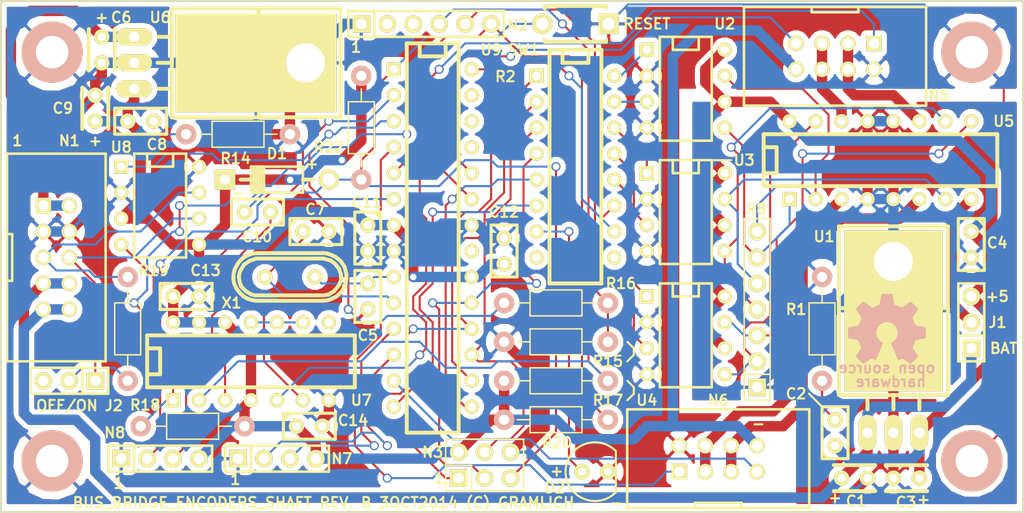
<source format=kicad_pcb>
(kicad_pcb (version 4) (host pcbnew "(2014-jul-16 BZR unknown)-product")
  (layers (0 F.Cu signal) (31 B.Cu signal) (34 B.Paste user) (35 F.Paste user) (36 B.SilkS user) (37 F.SilkS user) (38 B.Mask user) (39 F.Mask user) (44 Edge.Cuts user))
  (net 0 "")
  (net 1 /D2)
  (net 2 /D3)
  (net 3 /D4)
  (net 4 /D5)
  (net 5 /D6)
  (net 6 /D7)
  (net 7 /D8)
  (net 8 /D9)
  (net 9 /D10)
  (net 10 /D11)
  (net 11 /D12)
  (net 12 /D13)
  (net 13 /A0)
  (net 14 /A1)
  (net 15 /M5V)
  (net 16 "Net-(C2-Pad2)")
  (net 17 GND)
  (net 18 /MOTOR_POWER)
  (net 19 "Net-(R8-Pad2)")
  (net 20 /M1+)
  (net 21 /M1-)
  (net 22 /M2+)
  (net 23 /M2-)
  (net 24 "Net-(C5-Pad1)")
  (net 25 "Net-(C7-Pad1)")
  (net 26 "Net-(C8-Pad2)")
  (net 27 "Net-(C10-Pad1)")
  (net 28 /~RESET)
  (net 29 "Net-(J2-Pad1)")
  (net 30 "Net-(J2-Pad2)")
  (net 31 "Net-(N1-Pad5)")
  (net 32 "Net-(N2-Pad4)")
  (net 33 "Net-(N2-Pad5)")
  (net 34 "Net-(N2-Pad6)")
  (net 35 /TXD)
  (net 36 /RXD)
  (net 37 /BPWR)
  (net 38 /BGND)
  (net 39 /LPWR)
  (net 40 "Net-(R8-Pad3)")
  (net 41 "Net-(R8-Pad4)")
  (net 42 "Net-(R8-Pad5)")
  (net 43 "Net-(R8-Pad6)")
  (net 44 "Net-(R8-Pad7)")
  (net 45 "Net-(R18-Pad1)")
  (net 46 "Net-(U7-Pad10)")
  (net 47 "Net-(R2-Pad16)")
  (net 48 "Net-(R2-Pad15)")
  (net 49 "Net-(R2-Pad14)")
  (net 50 "Net-(R2-Pad13)")
  (net 51 "Net-(R2-Pad12)")
  (net 52 "Net-(R2-Pad11)")
  (net 53 VCC)
  (net 54 "Net-(D2-Pad+)")
  (net 55 "Net-(R2-Pad10)")
  (module Bus_Bridge_Encoders_Sonar:Capacitor4x3RM2-5_RevB (layer F.Cu) (at 183.515 146.685)
    (fp_text reference C1 (at 0.1651 2.2479 180) (layer F.SilkS) (effects (font (size 1.016 1.016) (thickness 0.2032))))
    (fp_text value 22uF hide)
    (pad 1 thru_hole circle (at -1.27 0) (size 1.50114 1.50114) (drill 0.8001) (layers *.Cu *.Mask F.SilkS) (net 37 /BPWR))
    (pad 2 thru_hole circle (at 1.27 0) (size 1.50114 1.50114) (drill 0.8001) (layers *.Cu *.Mask F.SilkS) (net 38 /BGND))
  )
  (module Bus_Bridge_Encoders_Sonar:Capacitor3MMDiscRM2.5 (layer F.Cu) (at 181.61 142.24 90)
    (fp_text reference C2 (at 3.81 -3.81 180) (layer F.SilkS) (effects (font (size 1.016 1.016) (thickness 0.2032))))
    (fp_text value .1uF hide)
    (pad 1 thru_hole circle (at -1.27 0 90) (size 1.50114 1.50114) (drill 0.8001) (layers *.Cu *.Mask F.SilkS) (net 15 /M5V))
    (pad 2 thru_hole circle (at 1.27 0 90) (size 1.50114 1.50114) (drill 0.8001) (layers *.Cu *.Mask F.SilkS) (net 16 "Net-(C2-Pad2)"))
  )
  (module Bus_Bridge_Encoders_Sonar:Capacitor4x3RM2-5_RevB (layer F.Cu) (at 188.595 146.685 180)
    (fp_text reference C3 (at 0.0381 -2.3622 360) (layer F.SilkS) (effects (font (size 1.016 1.016) (thickness 0.2032))))
    (fp_text value 22uF hide)
    (pad 1 thru_hole circle (at -1.27 0 180) (size 1.50114 1.50114) (drill 0.8001) (layers *.Cu *.Mask F.SilkS) (net 15 /M5V))
    (pad 2 thru_hole circle (at 1.27 0 180) (size 1.50114 1.50114) (drill 0.8001) (layers *.Cu *.Mask F.SilkS) (net 38 /BGND))
  )
  (module Bus_Bridge_Encoders_Sonar:Capacitor3MMDiscRM2.5 (layer F.Cu) (at 194.945 123.825 270)
    (fp_text reference C4 (at -0.16256 -2.53492 360) (layer F.SilkS) (effects (font (size 1.016 1.016) (thickness 0.2032))))
    (fp_text value .1uF hide)
    (pad 1 thru_hole circle (at -1.27 0 270) (size 1.50114 1.50114) (drill 0.8001) (layers *.Cu *.Mask F.SilkS) (net 15 /M5V))
    (pad 2 thru_hole circle (at 1.27 0 270) (size 1.50114 1.50114) (drill 0.8001) (layers *.Cu *.Mask F.SilkS) (net 38 /BGND))
  )
  (module Bus_Bridge_Encoders_Sonar:Capacitor3MMDiscRM2.5 (layer F.Cu) (at 135.89 128.905 270)
    (fp_text reference C5 (at 3.81 0 360) (layer F.SilkS) (effects (font (size 1.016 1.016) (thickness 0.2032))))
    (fp_text value 18pF hide)
    (pad 1 thru_hole circle (at -1.27 0 270) (size 1.50114 1.50114) (drill 0.8001) (layers *.Cu *.Mask F.SilkS) (net 24 "Net-(C5-Pad1)"))
    (pad 2 thru_hole circle (at 1.27 0 270) (size 1.50114 1.50114) (drill 0.8001) (layers *.Cu *.Mask F.SilkS) (net 17 GND))
  )
  (module Bus_Bridge_Encoders_Sonar:Capacitor4x3RM2-5_RevB (layer F.Cu) (at 109.855 104.775 270)
    (fp_text reference C6 (at -3.175 -1.905 540) (layer F.SilkS) (effects (font (size 1.016 1.016) (thickness 0.2032))))
    (fp_text value 22uF hide)
    (pad 1 thru_hole circle (at -1.27 0 270) (size 1.50114 1.50114) (drill 0.8001) (layers *.Cu *.Mask F.SilkS) (net 39 /LPWR))
    (pad 2 thru_hole circle (at 1.27 0 270) (size 1.50114 1.50114) (drill 0.8001) (layers *.Cu *.Mask F.SilkS) (net 17 GND))
  )
  (module Bus_Bridge_Encoders_Sonar:Capacitor3MMDiscRM2.5 (layer F.Cu) (at 130.81 122.555)
    (fp_text reference C7 (at -0.04 -2.17) (layer F.SilkS) (effects (font (size 1.016 1.016) (thickness 0.2032))))
    (fp_text value 18pF hide)
    (pad 1 thru_hole circle (at -1.27 0) (size 1.50114 1.50114) (drill 0.8001) (layers *.Cu *.Mask F.SilkS) (net 25 "Net-(C7-Pad1)"))
    (pad 2 thru_hole circle (at 1.27 0) (size 1.50114 1.50114) (drill 0.8001) (layers *.Cu *.Mask F.SilkS) (net 17 GND))
  )
  (module Bus_Bridge_Encoders_Sonar:Capacitor3MMDiscRM2.5 (layer F.Cu) (at 113.665 111.76)
    (fp_text reference C8 (at 1.5875 2.2733) (layer F.SilkS) (effects (font (size 1.016 1.016) (thickness 0.2032))))
    (fp_text value .1uF hide)
    (pad 1 thru_hole circle (at -1.27 0) (size 1.50114 1.50114) (drill 0.8001) (layers *.Cu *.Mask F.SilkS) (net 53 VCC))
    (pad 2 thru_hole circle (at 1.27 0) (size 1.50114 1.50114) (drill 0.8001) (layers *.Cu *.Mask F.SilkS) (net 26 "Net-(C8-Pad2)"))
  )
  (module Bus_Bridge_Encoders_Sonar:Capacitor4x3RM2-5_RevB (layer F.Cu) (at 109.22 110.49 90)
    (fp_text reference C9 (at 0 -3.175 360) (layer F.SilkS) (effects (font (size 1.016 1.016) (thickness 0.2032))))
    (fp_text value 22uF hide)
    (pad 1 thru_hole circle (at -1.27 0 90) (size 1.50114 1.50114) (drill 0.8001) (layers *.Cu *.Mask F.SilkS) (net 53 VCC))
    (pad 2 thru_hole circle (at 1.27 0 90) (size 1.50114 1.50114) (drill 0.8001) (layers *.Cu *.Mask F.SilkS) (net 17 GND))
  )
  (module Bus_Bridge_Encoders_Sonar:Capacitor3MMDiscRM2.5 (layer F.Cu) (at 125.095 120.65 180)
    (fp_text reference C10 (at 0.0508 -2.413 180) (layer F.SilkS) (effects (font (size 1.016 1.016) (thickness 0.2032))))
    (fp_text value .1uF hide)
    (pad 1 thru_hole circle (at -1.27 0 180) (size 1.50114 1.50114) (drill 0.8001) (layers *.Cu *.Mask F.SilkS) (net 27 "Net-(C10-Pad1)"))
    (pad 2 thru_hole circle (at 1.27 0 180) (size 1.50114 1.50114) (drill 0.8001) (layers *.Cu *.Mask F.SilkS) (net 28 /~RESET))
  )
  (module Bus_Bridge_Encoders_Sonar:Capacitor3MMDiscRM2.5 (layer F.Cu) (at 135.89 123.19 270)
    (fp_text reference C11 (at -3.4798 0.1016 360) (layer F.SilkS) (effects (font (size 1.016 1.016) (thickness 0.2032))))
    (fp_text value .1uF hide)
    (pad 1 thru_hole circle (at -1.27 0 270) (size 1.50114 1.50114) (drill 0.8001) (layers *.Cu *.Mask F.SilkS) (net 53 VCC))
    (pad 2 thru_hole circle (at 1.27 0 270) (size 1.50114 1.50114) (drill 0.8001) (layers *.Cu *.Mask F.SilkS) (net 17 GND))
  )
  (module Bus_Bridge_Encoders_Sonar:Capacitor3MMDiscRM2.5 (layer F.Cu) (at 149.225 124.46 90)
    (fp_text reference C12 (at 3.81 0 180) (layer F.SilkS) (effects (font (size 1.016 1.016) (thickness 0.2032))))
    (fp_text value .1uF hide)
    (pad 1 thru_hole circle (at -1.27 0 90) (size 1.50114 1.50114) (drill 0.8001) (layers *.Cu *.Mask F.SilkS) (net 53 VCC))
    (pad 2 thru_hole circle (at 1.27 0 90) (size 1.50114 1.50114) (drill 0.8001) (layers *.Cu *.Mask F.SilkS) (net 17 GND))
  )
  (module Bus_Bridge_Encoders_Sonar:Capacitor3MMDiscRM2.5 (layer F.Cu) (at 118.11 128.905)
    (fp_text reference C13 (at 1.905 -2.54) (layer F.SilkS) (effects (font (size 1.016 1.016) (thickness 0.2032))))
    (fp_text value .1uF hide)
    (pad 1 thru_hole circle (at -1.27 0) (size 1.50114 1.50114) (drill 0.8001) (layers *.Cu *.Mask F.SilkS) (net 53 VCC))
    (pad 2 thru_hole circle (at 1.27 0) (size 1.50114 1.50114) (drill 0.8001) (layers *.Cu *.Mask F.SilkS) (net 17 GND))
  )
  (module Bus_Bridge_Encoders_Sonar:Capacitor3MMDiscRM2.5 (layer F.Cu) (at 130.175 141.605)
    (fp_text reference C14 (at 4.27228 -0.56388) (layer F.SilkS) (effects (font (size 1.016 1.016) (thickness 0.2032))))
    (fp_text value .1uF hide)
    (pad 1 thru_hole circle (at -1.27 0) (size 1.50114 1.50114) (drill 0.8001) (layers *.Cu *.Mask F.SilkS) (net 53 VCC))
    (pad 2 thru_hole circle (at 1.27 0) (size 1.50114 1.50114) (drill 0.8001) (layers *.Cu *.Mask F.SilkS) (net 17 GND))
  )
  (module Bus_Bridge_Encoders_Sonar:Diode_DO-41_SOD81_Horizontal_RM10 (layer F.Cu) (at 127 117.475 180)
    (fp_text reference D1 (at 0 2.54 180) (layer F.SilkS) (effects (font (size 1.016 1.016) (thickness 0.2032))))
    (fp_text value SD101C-TR hide)
    (fp_text user - (at 3.81 -1.27 180) (layer F.SilkS) (effects (font (size 1.016 1.016) (thickness 0.2032))))
    (fp_text user + (at -3.42 1.56 180) (layer F.SilkS) (effects (font (size 1.016 1.016) (thickness 0.2032))))
    (pad + thru_hole circle (at -5.08 0 180) (size 1.99898 1.99898) (drill 1.27) (layers *.Cu *.Mask F.SilkS) (net 28 /~RESET))
    (pad - thru_hole rect (at 5.08 0 180) (size 1.99898 1.99898) (drill 1.00076) (layers *.Cu *.Mask F.SilkS) (net 53 VCC))
  )
  (module Bus_Bridge_Encoders_Sonar:MountingHole_3mm (layer F.Cu) (at 105 105)
    (fp_text reference H1 (at 0 0) (layer F.SilkS) (effects (font (size 1.016 1.016) (thickness 0.2032))))
    (fp_text value 3MM_HOLE hide)
    (pad 1 thru_hole circle (at 0 0) (size 6 6) (drill 3.175) (layers *.Cu *.SilkS *.Mask) (net 17 GND))
  )
  (module Bus_Bridge_Encoders_Sonar:MountingHole_3mm (layer F.Cu) (at 195 105)
    (fp_text reference H2 (at 0 0) (layer F.SilkS) (effects (font (size 1.016 1.016) (thickness 0.2032))))
    (fp_text value 3MM_HOLE hide)
    (pad 1 thru_hole circle (at 0 0) (size 6 6) (drill 3.175) (layers *.Cu *.SilkS *.Mask) (net 17 GND))
  )
  (module Bus_Bridge_Encoders_Sonar:MountingHole_3mm (layer F.Cu) (at 105 145)
    (fp_text reference H3 (at 0 0) (layer F.SilkS) (effects (font (size 1.016 1.016) (thickness 0.2032))))
    (fp_text value 3MM_HOLE hide)
    (pad 1 thru_hole circle (at 0 0) (size 6 6) (drill 3.175) (layers *.Cu *.SilkS *.Mask) (net 17 GND))
  )
  (module Bus_Bridge_Encoders_Sonar:MountingHole_3mm (layer F.Cu) (at 195 145)
    (fp_text reference H4 (at 0 0) (layer F.SilkS) (effects (font (size 1.016 1.016) (thickness 0.2032))))
    (fp_text value 3MM_HOLE hide)
    (pad 1 thru_hole circle (at 0 0) (size 6 6) (drill 3.175) (layers *.Cu *.SilkS *.Mask) (net 17 GND))
  )
  (module Bus_Bridge_Encoders_Sonar:Pin_Header_Straight_1x03 (layer F.Cu) (at 194.945 131.445 90)
    (fp_text reference J1 (at 0 2.57048 180) (layer F.SilkS) (effects (font (size 1.016 1.016) (thickness 0.2032))))
    (fp_text value POWER_SELECT hide)
    (pad 1 thru_hole rect (at -2.54 0 90) (size 1.7272 1.7272) (drill 1.016) (layers *.Cu *.Mask F.SilkS) (net 37 /BPWR))
    (pad 2 thru_hole circle (at 0 0 90) (size 1.7272 1.7272) (drill 1.016) (layers *.Cu *.Mask F.SilkS) (net 18 /MOTOR_POWER))
    (pad 3 thru_hole circle (at 2.54 0 90) (size 1.7272 1.7272) (drill 1.016) (layers *.Cu *.Mask F.SilkS) (net 15 /M5V))
  )
  (module Bus_Bridge_Encoders_Sonar:Pin_Header_Straight_1x03 (layer F.Cu) (at 106.68 137.16 180)
    (fp_text reference J2 (at -4.35356 -2.42824 180) (layer F.SilkS) (effects (font (size 1.016 1.016) (thickness 0.2032))))
    (fp_text value TERMINATE_JUMPER hide)
    (pad 1 thru_hole rect (at -2.54 0 180) (size 1.7272 1.7272) (drill 1.016) (layers *.Cu *.Mask F.SilkS) (net 29 "Net-(J2-Pad1)"))
    (pad 2 thru_hole circle (at 0 0 180) (size 1.7272 1.7272) (drill 1.016) (layers *.Cu *.Mask F.SilkS) (net 30 "Net-(J2-Pad2)"))
    (pad 3 thru_hole circle (at 2.54 0 180) (size 1.7272 1.7272) (drill 1.016) (layers *.Cu *.Mask F.SilkS))
  )
  (module Bus_Bridge_Encoders_Sonar:Pin_Header_Straight_2x05_Shrouded (layer F.Cu) (at 105.41 125.095 270)
    (fp_text reference N1 (at -11.43 -1.27 360) (layer F.SilkS) (effects (font (size 1.016 1.016) (thickness 0.2032))))
    (fp_text value BUS_SLAVE_HEADER hide)
    (pad 1 thru_hole rect (at -5.08 1.27 270) (size 1.524 1.524) (drill 1.016) (layers *.Cu *.Mask F.SilkS) (net 39 /LPWR))
    (pad 2 thru_hole circle (at -5.08 -1.27 270) (size 1.524 1.524) (drill 1.016) (layers *.Cu *.Mask F.SilkS) (net 39 /LPWR))
    (pad 3 thru_hole circle (at -2.54 1.27 270) (size 1.524 1.524) (drill 1.016) (layers *.Cu *.Mask F.SilkS) (net 17 GND))
    (pad 4 thru_hole circle (at -2.54 -1.27 270) (size 1.524 1.524) (drill 1.016) (layers *.Cu *.Mask F.SilkS) (net 17 GND))
    (pad 5 thru_hole circle (at 0 1.27 270) (size 1.524 1.524) (drill 1.016) (layers *.Cu *.Mask F.SilkS) (net 31 "Net-(N1-Pad5)"))
    (pad 6 thru_hole circle (at 0 -1.27 270) (size 1.524 1.524) (drill 1.016) (layers *.Cu *.Mask F.SilkS) (net 29 "Net-(J2-Pad1)"))
    (pad 7 thru_hole circle (at 2.54 1.27 270) (size 1.524 1.524) (drill 1.016) (layers *.Cu *.Mask F.SilkS) (net 38 /BGND))
    (pad 8 thru_hole circle (at 2.54 -1.27 270) (size 1.524 1.524) (drill 1.016) (layers *.Cu *.Mask F.SilkS) (net 38 /BGND))
    (pad 9 thru_hole circle (at 5.08 1.27 270) (size 1.524 1.524) (drill 1.016) (layers *.Cu *.Mask F.SilkS) (net 37 /BPWR))
    (pad 10 thru_hole circle (at 5.08 -1.27 270) (size 1.524 1.524) (drill 1.016) (layers *.Cu *.Mask F.SilkS) (net 37 /BPWR))
  )
  (module Bus_Bridge_Encoders_Sonar:Pin_Header_Straight_1x06 (layer F.Cu) (at 141.605 102.235)
    (fp_text reference N2 (at 8.93572 0.13716) (layer F.SilkS) (effects (font (size 1.016 1.016) (thickness 0.2032))))
    (fp_text value FTDI_HEADER hide)
    (pad 1 thru_hole rect (at -6.35 0) (size 1.7272 1.7272) (drill 1.016) (layers *.Cu *.Mask F.SilkS) (net 17 GND))
    (pad 2 thru_hole circle (at -3.81 0) (size 1.7272 1.7272) (drill 1.016) (layers *.Cu *.Mask F.SilkS))
    (pad 3 thru_hole circle (at -1.27 0) (size 1.7272 1.7272) (drill 1.016) (layers *.Cu *.Mask F.SilkS))
    (pad 4 thru_hole circle (at 1.27 0) (size 1.7272 1.7272) (drill 1.016) (layers *.Cu *.Mask F.SilkS) (net 32 "Net-(N2-Pad4)"))
    (pad 5 thru_hole circle (at 3.81 0) (size 1.7272 1.7272) (drill 1.016) (layers *.Cu *.Mask F.SilkS) (net 33 "Net-(N2-Pad5)"))
    (pad 6 thru_hole circle (at 6.35 0) (size 1.7272 1.7272) (drill 1.016) (layers *.Cu *.Mask F.SilkS) (net 34 "Net-(N2-Pad6)"))
  )
  (module Bus_Bridge_Encoders_Sonar:Pin_Header_Straight_2x04_Shrouded (layer F.Cu) (at 181.61 105.41 180)
    (fp_text reference N5 (at -10.16 -3.81 180) (layer F.SilkS) (effects (font (size 1.016 1.016) (thickness 0.2032))))
    (fp_text value MOTOR_ENCODER_CONN hide)
    (pad 1 thru_hole rect (at -3.81 1.27 180) (size 1.524 1.524) (drill 1.016) (layers *.Cu *.Mask F.SilkS) (net 13 /A0))
    (pad 2 thru_hole circle (at -3.81 -1.27 180) (size 1.524 1.524) (drill 1.016) (layers *.Cu *.Mask F.SilkS) (net 17 GND))
    (pad 3 thru_hole circle (at -1.27 1.27 180) (size 1.524 1.524) (drill 1.016) (layers *.Cu *.Mask F.SilkS) (net 22 /M2+))
    (pad 4 thru_hole circle (at -1.27 -1.27 180) (size 1.524 1.524) (drill 1.016) (layers *.Cu *.Mask F.SilkS) (net 22 /M2+))
    (pad 5 thru_hole circle (at 1.27 1.27 180) (size 1.524 1.524) (drill 1.016) (layers *.Cu *.Mask F.SilkS) (net 23 /M2-))
    (pad 6 thru_hole circle (at 1.27 -1.27 180) (size 1.524 1.524) (drill 1.016) (layers *.Cu *.Mask F.SilkS) (net 23 /M2-))
    (pad 7 thru_hole circle (at 3.81 1.27 180) (size 1.524 1.524) (drill 1.016) (layers *.Cu *.Mask F.SilkS) (net 14 /A1))
    (pad 8 thru_hole circle (at 3.81 -1.27 180) (size 1.524 1.524) (drill 1.016) (layers *.Cu *.Mask F.SilkS) (net 53 VCC))
  )
  (module Bus_Bridge_Encoders_Sonar:Pin_Header_Straight_2x04_Shrouded (layer F.Cu) (at 170.18 144.78)
    (fp_text reference N6 (at 0 -5.715) (layer F.SilkS) (effects (font (size 1.016 1.016) (thickness 0.2032))))
    (fp_text value MOTOR_ENCODER_CONN hide)
    (pad 1 thru_hole rect (at -3.81 1.27) (size 1.524 1.524) (drill 1.016) (layers *.Cu *.Mask F.SilkS) (net 1 /D2))
    (pad 2 thru_hole circle (at -3.81 -1.27) (size 1.524 1.524) (drill 1.016) (layers *.Cu *.Mask F.SilkS) (net 17 GND))
    (pad 3 thru_hole circle (at -1.27 1.27) (size 1.524 1.524) (drill 1.016) (layers *.Cu *.Mask F.SilkS) (net 20 /M1+))
    (pad 4 thru_hole circle (at -1.27 -1.27) (size 1.524 1.524) (drill 1.016) (layers *.Cu *.Mask F.SilkS) (net 20 /M1+))
    (pad 5 thru_hole circle (at 1.27 1.27) (size 1.524 1.524) (drill 1.016) (layers *.Cu *.Mask F.SilkS) (net 21 /M1-))
    (pad 6 thru_hole circle (at 1.27 -1.27) (size 1.524 1.524) (drill 1.016) (layers *.Cu *.Mask F.SilkS) (net 21 /M1-))
    (pad 7 thru_hole circle (at 3.81 1.27) (size 1.524 1.524) (drill 1.016) (layers *.Cu *.Mask F.SilkS) (net 6 /D7))
    (pad 8 thru_hole circle (at 3.81 -1.27) (size 1.524 1.524) (drill 1.016) (layers *.Cu *.Mask F.SilkS) (net 53 VCC))
  )
  (module Bus_Bridge_Encoders_Sonar:Pin_Header_Straight_1x04 (layer F.Cu) (at 127 144.78)
    (fp_text reference N7 (at 6.35 0) (layer F.SilkS) (effects (font (size 1.016 1.016) (thickness 0.2032))))
    (fp_text value HC_SR04_CONNECTOR hide)
    (pad 1 thru_hole rect (at -3.81 0) (size 1.7272 1.7272) (drill 1.016) (layers *.Cu *.Mask F.SilkS) (net 17 GND))
    (pad 2 thru_hole oval (at -1.27 0) (size 1.7272 1.7272) (drill 1.016) (layers *.Cu *.Mask F.SilkS) (net 5 /D6))
    (pad 3 thru_hole oval (at 1.27 0) (size 1.7272 1.7272) (drill 1.016) (layers *.Cu *.Mask F.SilkS) (net 4 /D5))
    (pad 4 thru_hole oval (at 3.81 0) (size 1.7272 1.7272) (drill 1.016) (layers *.Cu *.Mask F.SilkS) (net 53 VCC))
  )
  (module Bus_Bridge_Encoders_Sonar:Pin_Header_Straight_1x04 (layer F.Cu) (at 115.57 144.78)
    (fp_text reference N8 (at -4.445 -2.54) (layer F.SilkS) (effects (font (size 1.016 1.016) (thickness 0.2032))))
    (fp_text value HC_SR04_CONNECTOR hide)
    (pad 1 thru_hole rect (at -3.81 0) (size 1.7272 1.7272) (drill 1.016) (layers *.Cu *.Mask F.SilkS) (net 17 GND))
    (pad 2 thru_hole oval (at -1.27 0) (size 1.7272 1.7272) (drill 1.016) (layers *.Cu *.Mask F.SilkS) (net 2 /D3))
    (pad 3 thru_hole oval (at 1.27 0) (size 1.7272 1.7272) (drill 1.016) (layers *.Cu *.Mask F.SilkS) (net 3 /D4))
    (pad 4 thru_hole oval (at 3.81 0) (size 1.7272 1.7272) (drill 1.016) (layers *.Cu *.Mask F.SilkS) (net 53 VCC))
  )
  (module Bus_Bridge_Encoders_Sonar:Resistor_Horizontal_400 (layer F.Cu) (at 180.34 132.08 270)
    (fp_text reference R1 (at -1.905 2.54 360) (layer F.SilkS) (effects (font (size 1.016 1.016) (thickness 0.2032))))
    (fp_text value .47 hide)
    (pad 1 thru_hole circle (at -5.08 0 270) (size 1.99898 1.99898) (drill 1.00076) (layers *.Cu *.SilkS *.Mask) (net 38 /BGND))
    (pad 2 thru_hole circle (at 5.08 0 270) (size 1.99898 1.99898) (drill 1.00076) (layers *.Cu *.SilkS *.Mask) (net 16 "Net-(C2-Pad2)"))
  )
  (module Bus_Bridge_Encoders_Sonar:Resistor_Horizontal_400 (layer F.Cu) (at 123.19 113.03 180)
    (fp_text reference R14 (at 0.2413 -2.3749 180) (layer F.SilkS) (effects (font (size 1.016 1.016) (thickness 0.2032))))
    (fp_text value .47 hide)
    (pad 1 thru_hole circle (at -5.08 0 180) (size 1.99898 1.99898) (drill 1.00076) (layers *.Cu *.SilkS *.Mask) (net 17 GND))
    (pad 2 thru_hole circle (at 5.08 0 180) (size 1.99898 1.99898) (drill 1.00076) (layers *.Cu *.SilkS *.Mask) (net 26 "Net-(C8-Pad2)"))
  )
  (module Bus_Bridge_Encoders_Sonar:Resistor_Horizontal_400 (layer F.Cu) (at 154.305 129.54 180)
    (fp_text reference R15 (at -5.08 -5.715 180) (layer F.SilkS) (effects (font (size 1.016 1.016) (thickness 0.2032))))
    (fp_text value 22K hide)
    (pad 1 thru_hole circle (at -5.08 0 180) (size 1.99898 1.99898) (drill 1.00076) (layers *.Cu *.SilkS *.Mask) (net 33 "Net-(N2-Pad5)"))
    (pad 2 thru_hole circle (at 5.08 0 180) (size 1.99898 1.99898) (drill 1.00076) (layers *.Cu *.SilkS *.Mask) (net 35 /TXD))
  )
  (module Bus_Bridge_Encoders_Sonar:Resistor_Horizontal_400 (layer F.Cu) (at 154.305 133.35)
    (fp_text reference R16 (at 6.35 -5.715) (layer F.SilkS) (effects (font (size 1.016 1.016) (thickness 0.2032))))
    (fp_text value 33K hide)
    (pad 1 thru_hole circle (at -5.08 0) (size 1.99898 1.99898) (drill 1.00076) (layers *.Cu *.SilkS *.Mask) (net 17 GND))
    (pad 2 thru_hole circle (at 5.08 0) (size 1.99898 1.99898) (drill 1.00076) (layers *.Cu *.SilkS *.Mask) (net 33 "Net-(N2-Pad5)"))
  )
  (module Bus_Bridge_Encoders_Sonar:Resistor_Horizontal_400 (layer F.Cu) (at 154.305 137.16 180)
    (fp_text reference R17 (at -5.08 -1.905 180) (layer F.SilkS) (effects (font (size 1.016 1.016) (thickness 0.2032))))
    (fp_text value 100K hide)
    (pad 1 thru_hole circle (at -5.08 0 180) (size 1.99898 1.99898) (drill 1.00076) (layers *.Cu *.SilkS *.Mask) (net 32 "Net-(N2-Pad4)"))
    (pad 2 thru_hole circle (at 5.08 0 180) (size 1.99898 1.99898) (drill 1.00076) (layers *.Cu *.SilkS *.Mask) (net 53 VCC))
  )
  (module Bus_Bridge_Encoders_Sonar:Resistor_Horizontal_400 (layer F.Cu) (at 118.745 141.605)
    (fp_text reference R18 (at -4.63804 -2.07264) (layer F.SilkS) (effects (font (size 1.016 1.016) (thickness 0.2032))))
    (fp_text value 100K hide)
    (pad 1 thru_hole circle (at -5.08 0) (size 1.99898 1.99898) (drill 1.00076) (layers *.Cu *.SilkS *.Mask) (net 45 "Net-(R18-Pad1)"))
    (pad 2 thru_hole circle (at 5.08 0) (size 1.99898 1.99898) (drill 1.00076) (layers *.Cu *.SilkS *.Mask) (net 53 VCC))
  )
  (module Bus_Bridge_Encoders_Sonar:Resistor_Horizontal_400 (layer F.Cu) (at 112.395 132.08 270)
    (fp_text reference R19 (at -5.715 -2.54 360) (layer F.SilkS) (effects (font (size 1.016 1.016) (thickness 0.2032))))
    (fp_text value .47 hide)
    (pad 1 thru_hole circle (at -5.08 0 270) (size 1.99898 1.99898) (drill 1.00076) (layers *.Cu *.SilkS *.Mask) (net 31 "Net-(N1-Pad5)"))
    (pad 2 thru_hole circle (at 5.08 0 270) (size 1.99898 1.99898) (drill 1.00076) (layers *.Cu *.SilkS *.Mask) (net 30 "Net-(J2-Pad2)"))
  )
  (module Bus_Bridge_Encoders_Sonar:Resistor_Horizontal_400 (layer F.Cu) (at 154.305 140.97 180)
    (fp_text reference R20 (at -0.09144 -2.25044 180) (layer F.SilkS) (effects (font (size 1.016 1.016) (thickness 0.2032))))
    (fp_text value 100K hide)
    (pad 1 thru_hole circle (at -5.08 0 180) (size 1.99898 1.99898) (drill 1.00076) (layers *.Cu *.SilkS *.Mask) (net 34 "Net-(N2-Pad6)"))
    (pad 2 thru_hole circle (at 5.08 0 180) (size 1.99898 1.99898) (drill 1.00076) (layers *.Cu *.SilkS *.Mask) (net 53 VCC))
  )
  (module Bus_Bridge_Encoders_Sonar:Resistor_Horizontal_400 (layer F.Cu) (at 135.255 112.395 90)
    (fp_text reference R22 (at -1.905 -3.175 180) (layer F.SilkS) (effects (font (size 1.016 1.016) (thickness 0.2032))))
    (fp_text value 10K hide)
    (pad 1 thru_hole circle (at -5.08 0 90) (size 1.99898 1.99898) (drill 1.00076) (layers *.Cu *.SilkS *.Mask) (net 28 /~RESET))
    (pad 2 thru_hole circle (at 5.08 0 90) (size 1.99898 1.99898) (drill 1.00076) (layers *.Cu *.SilkS *.Mask) (net 53 VCC))
  )
  (module Bus_Bridge_Encoders_Sonar:Button_6.5MM (layer F.Cu) (at 156.21 102.235 180)
    (fp_text reference SW1 (at 5.08 -2.54 360) (layer F.SilkS) (effects (font (size 1.016 1.016) (thickness 0.2032))))
    (fp_text value MJTP1243 hide)
    (pad 1 thru_hole rect (at -3.2512 0 180) (size 1.99898 1.99898) (drill 1.19888) (layers *.Cu *.Mask F.SilkS) (net 17 GND))
    (pad 2 thru_hole circle (at 3.2512 0 180) (size 1.99898 1.99898) (drill 1.19888) (layers *.Cu *.Mask F.SilkS) (net 28 /~RESET))
  )
  (module Bus_Bridge_Encoders_Sonar:TO-220_Neutral123_Horizontal_LargePads (layer F.Cu) (at 187.325 142.24)
    (fp_text reference U1 (at -6.77672 -19.19224 180) (layer F.SilkS) (effects (font (size 1.016 1.016) (thickness 0.2032))))
    (fp_text value LM2940 hide)
    (pad 2 thru_hole oval (at 0 0 90) (size 3.50012 1.69926) (drill 1.00076) (layers *.Cu *.Mask F.SilkS) (net 38 /BGND))
    (pad 1 thru_hole oval (at -2.54 0 90) (size 3.50012 1.69926) (drill 1.00076) (layers *.Cu *.Mask F.SilkS) (net 37 /BPWR))
    (pad 3 thru_hole oval (at 2.54 0 90) (size 3.50012 1.69926) (drill 1.00076) (layers *.Cu *.Mask F.SilkS) (net 15 /M5V))
    (pad 2 thru_hole rect (at 0 -16.764 90) (size 15.748 9.652) (drill 3.79984 (offset -4.826 0)) (layers *.Cu F.SilkS F.Mask) (net 38 /BGND))
  )
  (module Bus_Bridge_Encoders_Sonar:DIP-8__300 (layer F.Cu) (at 167.005 108.585 270)
    (fp_text reference U2 (at -6.35 -3.81 360) (layer F.SilkS) (effects (font (size 1.016 1.016) (thickness 0.2032))))
    (fp_text value LTV-826 hide)
    (pad 1 thru_hole rect (at -3.81 3.81 270) (size 1.397 1.397) (drill 0.8128) (layers *.Cu *.Mask F.SilkS) (net 47 "Net-(R2-Pad16)"))
    (pad 2 thru_hole circle (at -1.27 3.81 270) (size 1.397 1.397) (drill 0.8128) (layers *.Cu *.Mask F.SilkS) (net 17 GND))
    (pad 3 thru_hole circle (at 1.27 3.81 270) (size 1.397 1.397) (drill 0.8128) (layers *.Cu *.Mask F.SilkS) (net 48 "Net-(R2-Pad15)"))
    (pad 4 thru_hole circle (at 3.81 3.81 270) (size 1.397 1.397) (drill 0.8128) (layers *.Cu *.Mask F.SilkS) (net 17 GND))
    (pad 5 thru_hole circle (at 3.81 -3.81 270) (size 1.397 1.397) (drill 0.8128) (layers *.Cu *.Mask F.SilkS) (net 43 "Net-(R8-Pad6)"))
    (pad 6 thru_hole circle (at 1.27 -3.81 270) (size 1.397 1.397) (drill 0.8128) (layers *.Cu *.Mask F.SilkS) (net 15 /M5V))
    (pad 7 thru_hole circle (at -1.27 -3.81 270) (size 1.397 1.397) (drill 0.8128) (layers *.Cu *.Mask F.SilkS) (net 44 "Net-(R8-Pad7)"))
    (pad 8 thru_hole circle (at -3.81 -3.81 270) (size 1.397 1.397) (drill 0.8128) (layers *.Cu *.Mask F.SilkS) (net 15 /M5V))
  )
  (module Bus_Bridge_Encoders_Sonar:DIP-8__300 (layer F.Cu) (at 167.005 120.65 270)
    (fp_text reference U3 (at -5.08 -5.715 360) (layer F.SilkS) (effects (font (size 1.016 1.016) (thickness 0.2032))))
    (fp_text value LTV-826 hide)
    (pad 1 thru_hole rect (at -3.81 3.81 270) (size 1.397 1.397) (drill 0.8128) (layers *.Cu *.Mask F.SilkS) (net 49 "Net-(R2-Pad14)"))
    (pad 2 thru_hole circle (at -1.27 3.81 270) (size 1.397 1.397) (drill 0.8128) (layers *.Cu *.Mask F.SilkS) (net 17 GND))
    (pad 3 thru_hole circle (at 1.27 3.81 270) (size 1.397 1.397) (drill 0.8128) (layers *.Cu *.Mask F.SilkS) (net 50 "Net-(R2-Pad13)"))
    (pad 4 thru_hole circle (at 3.81 3.81 270) (size 1.397 1.397) (drill 0.8128) (layers *.Cu *.Mask F.SilkS) (net 17 GND))
    (pad 5 thru_hole circle (at 3.81 -3.81 270) (size 1.397 1.397) (drill 0.8128) (layers *.Cu *.Mask F.SilkS) (net 41 "Net-(R8-Pad4)"))
    (pad 6 thru_hole circle (at 1.27 -3.81 270) (size 1.397 1.397) (drill 0.8128) (layers *.Cu *.Mask F.SilkS) (net 15 /M5V))
    (pad 7 thru_hole circle (at -1.27 -3.81 270) (size 1.397 1.397) (drill 0.8128) (layers *.Cu *.Mask F.SilkS) (net 42 "Net-(R8-Pad5)"))
    (pad 8 thru_hole circle (at -3.81 -3.81 270) (size 1.397 1.397) (drill 0.8128) (layers *.Cu *.Mask F.SilkS) (net 15 /M5V))
  )
  (module Bus_Bridge_Encoders_Sonar:DIP-8__300 (layer F.Cu) (at 167.005 132.715 270)
    (fp_text reference U4 (at 6.35 3.81 360) (layer F.SilkS) (effects (font (size 1.016 1.016) (thickness 0.2032))))
    (fp_text value LTV-826 hide)
    (pad 1 thru_hole rect (at -3.81 3.81 270) (size 1.397 1.397) (drill 0.8128) (layers *.Cu *.Mask F.SilkS) (net 51 "Net-(R2-Pad12)"))
    (pad 2 thru_hole circle (at -1.27 3.81 270) (size 1.397 1.397) (drill 0.8128) (layers *.Cu *.Mask F.SilkS) (net 17 GND))
    (pad 3 thru_hole circle (at 1.27 3.81 270) (size 1.397 1.397) (drill 0.8128) (layers *.Cu *.Mask F.SilkS) (net 52 "Net-(R2-Pad11)"))
    (pad 4 thru_hole circle (at 3.81 3.81 270) (size 1.397 1.397) (drill 0.8128) (layers *.Cu *.Mask F.SilkS) (net 17 GND))
    (pad 5 thru_hole circle (at 3.81 -3.81 270) (size 1.397 1.397) (drill 0.8128) (layers *.Cu *.Mask F.SilkS) (net 19 "Net-(R8-Pad2)"))
    (pad 6 thru_hole circle (at 1.27 -3.81 270) (size 1.397 1.397) (drill 0.8128) (layers *.Cu *.Mask F.SilkS) (net 15 /M5V))
    (pad 7 thru_hole circle (at -1.27 -3.81 270) (size 1.397 1.397) (drill 0.8128) (layers *.Cu *.Mask F.SilkS) (net 40 "Net-(R8-Pad3)"))
    (pad 8 thru_hole circle (at -3.81 -3.81 270) (size 1.397 1.397) (drill 0.8128) (layers *.Cu *.Mask F.SilkS) (net 15 /M5V))
  )
  (module Bus_Bridge_Encoders_Sonar:DIP-16__300 (layer F.Cu) (at 186.055 115.57)
    (fp_text reference U5 (at 12.065 -3.81 180) (layer F.SilkS) (effects (font (size 1.016 1.016) (thickness 0.2032))))
    (fp_text value 754410 hide)
    (pad 1 thru_hole rect (at -8.89 3.81) (size 1.397 1.397) (drill 0.8128) (layers *.Cu *.Mask F.SilkS) (net 43 "Net-(R8-Pad6)"))
    (pad 2 thru_hole circle (at -6.35 3.81) (size 1.397 1.397) (drill 0.8128) (layers *.Cu *.Mask F.SilkS) (net 44 "Net-(R8-Pad7)"))
    (pad 3 thru_hole circle (at -3.81 3.81) (size 1.397 1.397) (drill 0.8128) (layers *.Cu *.Mask F.SilkS) (net 20 /M1+))
    (pad 4 thru_hole circle (at -1.27 3.81) (size 1.397 1.397) (drill 0.8128) (layers *.Cu *.Mask F.SilkS) (net 38 /BGND))
    (pad 5 thru_hole circle (at 1.27 3.81) (size 1.397 1.397) (drill 0.8128) (layers *.Cu *.Mask F.SilkS) (net 38 /BGND))
    (pad 6 thru_hole circle (at 3.81 3.81) (size 1.397 1.397) (drill 0.8128) (layers *.Cu *.Mask F.SilkS) (net 21 /M1-))
    (pad 7 thru_hole circle (at 6.35 3.81) (size 1.397 1.397) (drill 0.8128) (layers *.Cu *.Mask F.SilkS) (net 42 "Net-(R8-Pad5)"))
    (pad 8 thru_hole circle (at 8.89 3.81) (size 1.397 1.397) (drill 0.8128) (layers *.Cu *.Mask F.SilkS) (net 18 /MOTOR_POWER))
    (pad 9 thru_hole circle (at 8.89 -3.81) (size 1.397 1.397) (drill 0.8128) (layers *.Cu *.Mask F.SilkS) (net 40 "Net-(R8-Pad3)"))
    (pad 10 thru_hole circle (at 6.35 -3.81) (size 1.397 1.397) (drill 0.8128) (layers *.Cu *.Mask F.SilkS) (net 41 "Net-(R8-Pad4)"))
    (pad 11 thru_hole circle (at 3.81 -3.81) (size 1.397 1.397) (drill 0.8128) (layers *.Cu *.Mask F.SilkS) (net 22 /M2+))
    (pad 12 thru_hole circle (at 1.27 -3.81) (size 1.397 1.397) (drill 0.8128) (layers *.Cu *.Mask F.SilkS) (net 38 /BGND))
    (pad 13 thru_hole circle (at -1.27 -3.81) (size 1.397 1.397) (drill 0.8128) (layers *.Cu *.Mask F.SilkS) (net 38 /BGND))
    (pad 14 thru_hole circle (at -3.81 -3.81) (size 1.397 1.397) (drill 0.8128) (layers *.Cu *.Mask F.SilkS) (net 23 /M2-))
    (pad 15 thru_hole circle (at -6.35 -3.81) (size 1.397 1.397) (drill 0.8128) (layers *.Cu *.Mask F.SilkS) (net 19 "Net-(R8-Pad2)"))
    (pad 16 thru_hole circle (at -8.89 -3.81) (size 1.397 1.397) (drill 0.8128) (layers *.Cu *.Mask F.SilkS) (net 15 /M5V))
  )
  (module Bus_Bridge_Encoders_Sonar:TO-220_Neutral123_Horizontal_LargePads (layer F.Cu) (at 113.03 106.045 270)
    (fp_text reference U6 (at -4.445 -2.54 360) (layer F.SilkS) (effects (font (size 1.016 1.016) (thickness 0.2032))))
    (fp_text value LM2940 hide)
    (pad 2 thru_hole oval (at 0 0) (size 3.50012 1.69926) (drill 1.00076) (layers *.Cu *.Mask F.SilkS) (net 17 GND))
    (pad 1 thru_hole oval (at -2.54 0) (size 3.50012 1.69926) (drill 1.00076) (layers *.Cu *.Mask F.SilkS) (net 39 /LPWR))
    (pad 3 thru_hole oval (at 2.54 0) (size 3.50012 1.69926) (drill 1.00076) (layers *.Cu *.Mask F.SilkS) (net 53 VCC))
    (pad 2 thru_hole rect (at 0 -16.764) (size 15.748 9.652) (drill 3.79984 (offset -4.826 0)) (layers *.Cu F.SilkS F.Mask) (net 17 GND))
  )
  (module Bus_Bridge_Encoders_Sonar:DIP-14__300 (layer F.Cu) (at 124.46 135.255)
    (fp_text reference U7 (at 10.795 3.81) (layer F.SilkS) (effects (font (size 1.016 1.016) (thickness 0.2032))))
    (fp_text value 74HCT08 hide)
    (pad 1 thru_hole rect (at -7.62 3.81) (size 1.397 1.397) (drill 0.8128) (layers *.Cu *.Mask F.SilkS) (net 45 "Net-(R18-Pad1)"))
    (pad 2 thru_hole circle (at -5.08 3.81) (size 1.397 1.397) (drill 0.8128) (layers *.Cu *.Mask F.SilkS) (net 32 "Net-(N2-Pad4)"))
    (pad 3 thru_hole circle (at -2.54 3.81) (size 1.397 1.397) (drill 0.8128) (layers *.Cu *.Mask F.SilkS) (net 36 /RXD))
    (pad 4 thru_hole circle (at 0 3.81) (size 1.397 1.397) (drill 0.8128) (layers *.Cu *.Mask F.SilkS) (net 53 VCC))
    (pad 5 thru_hole circle (at 2.54 3.81) (size 1.397 1.397) (drill 0.8128) (layers *.Cu *.Mask F.SilkS) (net 34 "Net-(N2-Pad6)"))
    (pad 6 thru_hole circle (at 5.08 3.81) (size 1.397 1.397) (drill 0.8128) (layers *.Cu *.Mask F.SilkS) (net 27 "Net-(C10-Pad1)"))
    (pad 7 thru_hole circle (at 7.62 3.81) (size 1.397 1.397) (drill 0.8128) (layers *.Cu *.Mask F.SilkS) (net 17 GND))
    (pad 8 thru_hole circle (at 7.62 -3.81) (size 1.397 1.397) (drill 0.8128) (layers *.Cu *.Mask F.SilkS))
    (pad 9 thru_hole circle (at 5.08 -3.81) (size 1.397 1.397) (drill 0.8128) (layers *.Cu *.Mask F.SilkS) (net 46 "Net-(U7-Pad10)"))
    (pad 10 thru_hole circle (at 2.54 -3.81) (size 1.397 1.397) (drill 0.8128) (layers *.Cu *.Mask F.SilkS) (net 46 "Net-(U7-Pad10)"))
    (pad 11 thru_hole circle (at 0 -3.81) (size 1.397 1.397) (drill 0.8128) (layers *.Cu *.Mask F.SilkS) (net 46 "Net-(U7-Pad10)"))
    (pad 12 thru_hole circle (at -2.54 -3.81) (size 1.397 1.397) (drill 0.8128) (layers *.Cu *.Mask F.SilkS) (net 53 VCC))
    (pad 13 thru_hole circle (at -5.08 -3.81) (size 1.397 1.397) (drill 0.8128) (layers *.Cu *.Mask F.SilkS) (net 53 VCC))
    (pad 14 thru_hole circle (at -7.62 -3.81) (size 1.397 1.397) (drill 0.8128) (layers *.Cu *.Mask F.SilkS) (net 53 VCC))
  )
  (module Bus_Bridge_Encoders_Sonar:DIP-8__300 (layer F.Cu) (at 115.57 120.015 270)
    (fp_text reference U8 (at -5.715 3.81 360) (layer F.SilkS) (effects (font (size 1.016 1.016) (thickness 0.2032))))
    (fp_text value MCP2562 hide)
    (pad 1 thru_hole rect (at -3.81 3.81 270) (size 1.397 1.397) (drill 0.8128) (layers *.Cu *.Mask F.SilkS) (net 35 /TXD))
    (pad 2 thru_hole circle (at -1.27 3.81 270) (size 1.397 1.397) (drill 0.8128) (layers *.Cu *.Mask F.SilkS) (net 17 GND))
    (pad 3 thru_hole circle (at 1.27 3.81 270) (size 1.397 1.397) (drill 0.8128) (layers *.Cu *.Mask F.SilkS) (net 53 VCC))
    (pad 4 thru_hole circle (at 3.81 3.81 270) (size 1.397 1.397) (drill 0.8128) (layers *.Cu *.Mask F.SilkS) (net 45 "Net-(R18-Pad1)"))
    (pad 5 thru_hole circle (at 3.81 -3.81 270) (size 1.397 1.397) (drill 0.8128) (layers *.Cu *.Mask F.SilkS) (net 53 VCC))
    (pad 6 thru_hole circle (at 1.27 -3.81 270) (size 1.397 1.397) (drill 0.8128) (layers *.Cu *.Mask F.SilkS) (net 29 "Net-(J2-Pad1)"))
    (pad 7 thru_hole circle (at -1.27 -3.81 270) (size 1.397 1.397) (drill 0.8128) (layers *.Cu *.Mask F.SilkS) (net 31 "Net-(N1-Pad5)"))
    (pad 8 thru_hole circle (at -3.81 -3.81 270) (size 1.397 1.397) (drill 0.8128) (layers *.Cu *.Mask F.SilkS) (net 17 GND))
  )
  (module Bus_Bridge_Encoders_Sonar:DIP-28__300 (layer F.Cu) (at 142.24 123.19 270)
    (fp_text reference U9 (at -18.415 -5.715 540) (layer F.SilkS) (effects (font (size 1.016 1.016) (thickness 0.2032))))
    (fp_text value ATMEGA328_DIP28 hide)
    (pad 2 thru_hole circle (at -13.97 3.81 270) (size 1.397 1.397) (drill 0.8128) (layers *.Cu *.Mask F.SilkS) (net 36 /RXD))
    (pad 3 thru_hole circle (at -11.43 3.81 270) (size 1.397 1.397) (drill 0.8128) (layers *.Cu *.Mask F.SilkS) (net 35 /TXD))
    (pad 4 thru_hole circle (at -8.89 3.81 270) (size 1.397 1.397) (drill 0.8128) (layers *.Cu *.Mask F.SilkS) (net 1 /D2))
    (pad 5 thru_hole circle (at -6.35 3.81 270) (size 1.397 1.397) (drill 0.8128) (layers *.Cu *.Mask F.SilkS) (net 2 /D3))
    (pad 6 thru_hole circle (at -3.81 3.81 270) (size 1.397 1.397) (drill 0.8128) (layers *.Cu *.Mask F.SilkS) (net 3 /D4))
    (pad 7 thru_hole circle (at -1.27 3.81 270) (size 1.397 1.397) (drill 0.8128) (layers *.Cu *.Mask F.SilkS) (net 53 VCC))
    (pad 8 thru_hole circle (at 1.27 3.81 270) (size 1.397 1.397) (drill 0.8128) (layers *.Cu *.Mask F.SilkS) (net 17 GND))
    (pad 9 thru_hole circle (at 3.81 3.81 270) (size 1.397 1.397) (drill 0.8128) (layers *.Cu *.Mask F.SilkS) (net 24 "Net-(C5-Pad1)"))
    (pad 10 thru_hole circle (at 6.35 3.81 270) (size 1.397 1.397) (drill 0.8128) (layers *.Cu *.Mask F.SilkS) (net 25 "Net-(C7-Pad1)"))
    (pad 11 thru_hole circle (at 8.89 3.81 270) (size 1.397 1.397) (drill 0.8128) (layers *.Cu *.Mask F.SilkS) (net 4 /D5))
    (pad 12 thru_hole circle (at 11.43 3.81 270) (size 1.397 1.397) (drill 0.8128) (layers *.Cu *.Mask F.SilkS) (net 5 /D6))
    (pad 13 thru_hole circle (at 13.97 3.81 270) (size 1.397 1.397) (drill 0.8128) (layers *.Cu *.Mask F.SilkS) (net 6 /D7))
    (pad 14 thru_hole circle (at 16.51 3.81 270) (size 1.397 1.397) (drill 0.8128) (layers *.Cu *.Mask F.SilkS) (net 7 /D8))
    (pad 1 thru_hole rect (at -16.51 3.81 270) (size 1.397 1.397) (drill 0.8128) (layers *.Cu *.Mask F.SilkS) (net 28 /~RESET))
    (pad 15 thru_hole circle (at 16.51 -3.81 270) (size 1.397 1.397) (drill 0.8128) (layers *.Cu *.Mask F.SilkS) (net 8 /D9))
    (pad 16 thru_hole circle (at 13.97 -3.81 270) (size 1.397 1.397) (drill 0.8128) (layers *.Cu *.Mask F.SilkS) (net 9 /D10))
    (pad 17 thru_hole circle (at 11.43 -3.81 270) (size 1.397 1.397) (drill 0.8128) (layers *.Cu *.Mask F.SilkS) (net 10 /D11))
    (pad 18 thru_hole circle (at 8.89 -3.81 270) (size 1.397 1.397) (drill 0.8128) (layers *.Cu *.Mask F.SilkS) (net 11 /D12))
    (pad 19 thru_hole circle (at 6.35 -3.81 270) (size 1.397 1.397) (drill 0.8128) (layers *.Cu *.Mask F.SilkS) (net 12 /D13))
    (pad 20 thru_hole circle (at 3.81 -3.81 270) (size 1.397 1.397) (drill 0.8128) (layers *.Cu *.Mask F.SilkS) (net 53 VCC))
    (pad 21 thru_hole circle (at 1.27 -3.81 270) (size 1.397 1.397) (drill 0.8128) (layers *.Cu *.Mask F.SilkS))
    (pad 22 thru_hole circle (at -1.27 -3.81 270) (size 1.397 1.397) (drill 0.8128) (layers *.Cu *.Mask F.SilkS) (net 17 GND))
    (pad 23 thru_hole circle (at -3.81 -3.81 270) (size 1.397 1.397) (drill 0.8128) (layers *.Cu *.Mask F.SilkS) (net 13 /A0))
    (pad 24 thru_hole circle (at -6.35 -3.81 270) (size 1.397 1.397) (drill 0.8128) (layers *.Cu *.Mask F.SilkS) (net 14 /A1))
    (pad 25 thru_hole circle (at -8.89 -3.81 270) (size 1.397 1.397) (drill 0.8128) (layers *.Cu *.Mask F.SilkS))
    (pad 26 thru_hole circle (at -11.43 -3.81 270) (size 1.397 1.397) (drill 0.8128) (layers *.Cu *.Mask F.SilkS))
    (pad 27 thru_hole circle (at -13.97 -3.81 270) (size 1.397 1.397) (drill 0.8128) (layers *.Cu *.Mask F.SilkS))
    (pad 28 thru_hole circle (at -16.51 -3.81 270) (size 1.397 1.397) (drill 0.8128) (layers *.Cu *.Mask F.SilkS) (net 55 "Net-(R2-Pad10)"))
  )
  (module Bus_Bridge_Encoders_Sonar:Crystal_HC49-U_Vertical (layer F.Cu) (at 128.27 127 180)
    (fp_text reference X1 (at 5.715 -2.54 180) (layer F.SilkS) (effects (font (size 1.016 1.016) (thickness 0.2032))))
    (fp_text value 16MHz hide)
    (pad 1 thru_hole circle (at -2.44094 0 180) (size 1.50114 1.50114) (drill 0.8001) (layers *.Cu *.Mask F.SilkS) (net 24 "Net-(C5-Pad1)"))
    (pad 2 thru_hole circle (at 2.44094 0 180) (size 1.50114 1.50114) (drill 0.8001) (layers *.Cu *.Mask F.SilkS) (net 25 "Net-(C7-Pad1)"))
  )
  (module Bus_Bridge_Encoders_Sonar:OSHW_LOGO_300mil (layer B.Cu) (at 186.69 132.08)
    (fp_text reference G1 hide)
    (fp_text value OSHW_LOGO hide)
  )
  (module Bus_Bridge_Encoders_Sonar:Pin_Header_Straight_1x07 (layer F.Cu) (at 173.99 130.175 90)
    (fp_text reference R8 (at 9.8044 -0.1016 180) (layer F.SilkS) (effects (font (size 1.016 1.016) (thickness 0.2032))))
    (fp_text value 10K hide)
    (pad 1 thru_hole rect (at -7.62 0 90) (size 1.7272 1.7272) (drill 1.016) (layers *.Cu *.Mask F.SilkS) (net 38 /BGND))
    (pad 2 thru_hole circle (at -5.08 0 90) (size 1.7272 1.7272) (drill 1.016) (layers *.Cu *.Mask F.SilkS) (net 19 "Net-(R8-Pad2)"))
    (pad 3 thru_hole circle (at -2.54 0 90) (size 1.7272 1.7272) (drill 1.016) (layers *.Cu *.Mask F.SilkS) (net 40 "Net-(R8-Pad3)"))
    (pad 4 thru_hole circle (at 0 0 90) (size 1.7272 1.7272) (drill 1.016) (layers *.Cu *.Mask F.SilkS) (net 41 "Net-(R8-Pad4)"))
    (pad 5 thru_hole circle (at 2.54 0 90) (size 1.7272 1.7272) (drill 1.016) (layers *.Cu *.Mask F.SilkS) (net 42 "Net-(R8-Pad5)"))
    (pad 6 thru_hole circle (at 5.08 0 90) (size 1.7272 1.7272) (drill 1.016) (layers *.Cu *.Mask F.SilkS) (net 43 "Net-(R8-Pad6)"))
    (pad 7 thru_hole circle (at 7.62 0 90) (size 1.7272 1.7272) (drill 1.016) (layers *.Cu *.Mask F.SilkS) (net 44 "Net-(R8-Pad7)"))
  )
  (module Bus_Bridge_Encoders_Sonar:Pin_Header_Straight_2x03 (layer F.Cu) (at 147.32 145.415)
    (fp_text reference N3 (at -5.08 -1.27) (layer F.SilkS) (effects (font (size 1.016 1.016) (thickness 0.2032))))
    (fp_text value AVR_ISP_HEADER hide)
    (pad 1 thru_hole rect (at -2.54 1.27) (size 1.7272 1.7272) (drill 1.016) (layers *.Cu *.Mask F.SilkS) (net 11 /D12))
    (pad 2 thru_hole oval (at -2.54 -1.27) (size 1.7272 1.7272) (drill 1.016) (layers *.Cu *.Mask F.SilkS) (net 53 VCC))
    (pad 3 thru_hole oval (at 0 1.27) (size 1.7272 1.7272) (drill 1.016) (layers *.Cu *.Mask F.SilkS) (net 12 /D13))
    (pad 4 thru_hole oval (at 0 -1.27) (size 1.7272 1.7272) (drill 1.016) (layers *.Cu *.Mask F.SilkS) (net 10 /D11))
    (pad 5 thru_hole oval (at 2.54 1.27) (size 1.7272 1.7272) (drill 1.016) (layers *.Cu *.Mask F.SilkS) (net 28 /~RESET))
    (pad 6 thru_hole oval (at 2.54 -1.27) (size 1.7272 1.7272) (drill 1.016) (layers *.Cu *.Mask F.SilkS) (net 17 GND))
  )
  (module Bus_Bridge_Encoders_Sonar:T1_LED (layer F.Cu) (at 158.115 146.05 90)
    (fp_text reference D2 (at -1.5875 -3.9243 180) (layer F.SilkS) (effects (font (size 1.016 1.016) (thickness 0.2032))))
    (fp_text value LED hide)
    (fp_text user - (at -3.03784 2.09296 180) (layer F.SilkS) (effects (font (size 1.016 1.016) (thickness 0.2032))))
    (fp_text user + (at 0 -3.81 90) (layer F.SilkS) (effects (font (size 1.016 1.016) (thickness 0.2032))))
    (pad + thru_hole circle (at 0 -1.27 90) (size 1.524 1.524) (drill 0.762) (layers *.Cu *.Mask F.SilkS) (net 54 "Net-(D2-Pad+)"))
    (pad - thru_hole circle (at 0 1.27 90) (size 1.524 1.524) (drill 0.762) (layers *.Cu *.Mask F.SilkS) (net 17 GND))
  )
  (module Bus_Bridge_Encoders_Sonar:DIP-16__300 (layer F.Cu) (at 156.21 116.205 270)
    (fp_text reference R2 (at -8.8138 6.858 360) (layer F.SilkS) (effects (font (size 1.016 1.016) (thickness 0.2032))))
    (fp_text value 470 hide)
    (pad 1 thru_hole rect (at -8.89 3.81 270) (size 1.397 1.397) (drill 0.8128) (layers *.Cu *.Mask F.SilkS) (net 9 /D10))
    (pad 2 thru_hole circle (at -6.35 3.81 270) (size 1.397 1.397) (drill 0.8128) (layers *.Cu *.Mask F.SilkS) (net 11 /D12))
    (pad 3 thru_hole circle (at -3.81 3.81 270) (size 1.397 1.397) (drill 0.8128) (layers *.Cu *.Mask F.SilkS) (net 10 /D11))
    (pad 4 thru_hole circle (at -1.27 3.81 270) (size 1.397 1.397) (drill 0.8128) (layers *.Cu *.Mask F.SilkS) (net 12 /D13))
    (pad 5 thru_hole circle (at 1.27 3.81 270) (size 1.397 1.397) (drill 0.8128) (layers *.Cu *.Mask F.SilkS) (net 8 /D9))
    (pad 6 thru_hole circle (at 3.81 3.81 270) (size 1.397 1.397) (drill 0.8128) (layers *.Cu *.Mask F.SilkS) (net 7 /D8))
    (pad 7 thru_hole circle (at 6.35 3.81 270) (size 1.397 1.397) (drill 0.8128) (layers *.Cu *.Mask F.SilkS) (net 54 "Net-(D2-Pad+)"))
    (pad 8 thru_hole circle (at 8.89 3.81 270) (size 1.397 1.397) (drill 0.8128) (layers *.Cu *.Mask F.SilkS))
    (pad 9 thru_hole circle (at 8.89 -3.81 270) (size 1.397 1.397) (drill 0.8128) (layers *.Cu *.Mask F.SilkS))
    (pad 10 thru_hole circle (at 6.35 -3.81 270) (size 1.397 1.397) (drill 0.8128) (layers *.Cu *.Mask F.SilkS) (net 55 "Net-(R2-Pad10)"))
    (pad 11 thru_hole circle (at 3.81 -3.81 270) (size 1.397 1.397) (drill 0.8128) (layers *.Cu *.Mask F.SilkS) (net 52 "Net-(R2-Pad11)"))
    (pad 12 thru_hole circle (at 1.27 -3.81 270) (size 1.397 1.397) (drill 0.8128) (layers *.Cu *.Mask F.SilkS) (net 51 "Net-(R2-Pad12)"))
    (pad 13 thru_hole circle (at -1.27 -3.81 270) (size 1.397 1.397) (drill 0.8128) (layers *.Cu *.Mask F.SilkS) (net 50 "Net-(R2-Pad13)"))
    (pad 14 thru_hole circle (at -3.81 -3.81 270) (size 1.397 1.397) (drill 0.8128) (layers *.Cu *.Mask F.SilkS) (net 49 "Net-(R2-Pad14)"))
    (pad 15 thru_hole circle (at -6.35 -3.81 270) (size 1.397 1.397) (drill 0.8128) (layers *.Cu *.Mask F.SilkS) (net 48 "Net-(R2-Pad15)"))
    (pad 16 thru_hole circle (at -8.89 -3.81 270) (size 1.397 1.397) (drill 0.8128) (layers *.Cu *.Mask F.SilkS) (net 47 "Net-(R2-Pad16)"))
  )
  (gr_text + (at 181.61 148.59) (layer F.SilkS) (effects (font (size 1.016 1.016) (thickness 0.2032)) (justify mirror)))
  (gr_text + (at 190.2714 148.75256) (layer F.SilkS) (effects (font (size 1.016 1.016) (thickness 0.2032)) (justify mirror)))
  (gr_line (start 169.545 115.57) (end 171.45 115.57) (angle 90) (layer F.SilkS) (width 0.2032))
  (gr_line (start 180.34 139.7) (end 179.07 138.43) (angle 90) (layer F.SilkS) (width 0.2032))
  (gr_text RESET (at 163.195 102.235) (layer F.SilkS) (effects (font (size 1.016 1.016) (thickness 0.2032))))
  (gr_line (start 161.925 133.985) (end 161.29 133.35) (angle 90) (layer F.SilkS) (width 0.2032))
  (gr_line (start 161.925 134.62) (end 161.925 133.985) (angle 90) (layer F.SilkS) (width 0.2032))
  (gr_line (start 161.29 135.255) (end 161.925 134.62) (angle 90) (layer F.SilkS) (width 0.2032))
  (gr_line (start 161.925 137.795) (end 161.29 137.16) (angle 90) (layer F.SilkS) (width 0.2032))
  (gr_line (start 161.925 138.43) (end 161.925 137.795) (angle 90) (layer F.SilkS) (width 0.2032))
  (gr_line (start 161.29 139.065) (end 161.925 138.43) (angle 90) (layer F.SilkS) (width 0.2032))
  (gr_line (start 100 150) (end 100 100) (angle 90) (layer F.SilkS) (width 0.2032))
  (gr_line (start 200 150) (end 100 150) (angle 90) (layer F.SilkS) (width 0.2032))
  (gr_line (start 200 100) (end 200 150) (angle 90) (layer F.SilkS) (width 0.2032))
  (gr_line (start 100 100) (end 200 100) (angle 90) (layer F.SilkS) (width 0.2032))
  (gr_text hardware (at 187.05576 137.24128) (layer B.SilkS) (effects (font (size 1.016 1.016) (thickness 0.2032)) (justify mirror)))
  (gr_text "open source" (at 186.69 135.89) (layer B.SilkS) (effects (font (size 1.016 1.016) (thickness 0.2032)) (justify mirror)))
  (gr_text "BUS_BRIDGE_ENCODERS_SHAFT REV. B 3OCT2014 (C) GRAMLICH" (at 131.5593 149.0853) (layer F.SilkS) (effects (font (size 1.016 1.016) (thickness 0.2032))))
  (gr_text 1 (at 101.6 113.665) (layer F.SilkS) (effects (font (size 1.016 1.016) (thickness 0.2032))))
  (gr_text 1 (at 134.747 104.521) (layer F.SilkS) (effects (font (size 1.016 1.016) (thickness 0.2032))))
  (gr_text OFF/ON (at 106.4514 139.58824) (layer F.SilkS) (effects (font (size 1.016 1.016) (thickness 0.2032))))
  (gr_text 1 (at 142.875 146.685) (layer F.SilkS) (effects (font (size 1.016 1.016) (thickness 0.2032))))
  (gr_text 1 (at 122.936 146.812) (layer F.SilkS) (effects (font (size 1.016 1.016) (thickness 0.2032))))
  (gr_text 1 (at 111.506 147.193) (layer F.SilkS) (effects (font (size 1.016 1.016) (thickness 0.2032))))
  (gr_text BAT (at 198.12 133.985) (layer F.SilkS) (effects (font (size 1.016 1.016) (thickness 0.2032))))
  (gr_text +5 (at 197.485 128.905) (layer F.SilkS) (effects (font (size 1.016 1.016) (thickness 0.2032))))
  (gr_text + (at 173.99 130.302) (layer F.SilkS) (effects (font (size 1.016 1.016) (thickness 0.2032)) (justify mirror)))
  (gr_text - (at 174.117 141.351) (layer F.SilkS) (effects (font (size 1.016 1.016) (thickness 0.2032)) (justify mirror)))
  (gr_text + (at 109.855 101.6) (layer F.SilkS) (effects (font (size 1.016 1.016) (thickness 0.2032)) (justify mirror)))
  (gr_text + (at 109.22 113.665) (layer F.SilkS) (effects (font (size 1.016 1.016) (thickness 0.2032)) (justify mirror)))
  (gr_line (start 200 150) (end 200 100) (angle 90) (layer Edge.Cuts) (width 0.1))
  (gr_line (start 100 150) (end 200 150) (angle 90) (layer Edge.Cuts) (width 0.1))
  (gr_line (start 100 100) (end 100 150) (angle 90) (layer Edge.Cuts) (width 0.1))
  (gr_line (start 100 100) (end 200 100) (angle 90) (layer Edge.Cuts) (width 0.1))
  (segment (start 165.1 146.05) (end 163.83 147.32) (width 0.2032) (layer B.Cu) (net 1))
  (segment (start 166.37 146.05) (end 165.1 146.05) (width 0.2032) (layer B.Cu) (net 1))
  (segment (start 153.67 147.32) (end 151.765 145.415) (width 0.2032) (layer B.Cu) (net 1))
  (segment (start 163.83 147.32) (end 153.67 147.32) (width 0.2032) (layer B.Cu) (net 1))
  (segment (start 151.765 145.415) (end 143.51 145.415) (width 0.2032) (layer B.Cu) (net 1))
  (segment (start 134.62 135.255) (end 137.16 132.715) (width 0.2032) (layer F.Cu) (net 1))
  (segment (start 138.43 114.3) (end 137.16 115.57) (width 0.2032) (layer F.Cu) (net 1))
  (segment (start 137.16 115.57) (end 137.16 132.715) (width 0.2032) (layer F.Cu) (net 1))
  (segment (start 134.62 135.255) (end 134.62 143.51) (width 0.2032) (layer F.Cu) (net 1))
  (segment (start 137.795 146.685) (end 134.62 143.51) (width 0.2032) (layer F.Cu) (net 1))
  (segment (start 143.51 145.415) (end 142.24 146.685) (width 0.2032) (layer B.Cu) (net 1))
  (segment (start 142.24 146.685) (end 137.795 146.685) (width 0.2032) (layer B.Cu) (net 1))
  (via (at 137.795 146.685) (size 0.889) (layers F.Cu B.Cu) (net 1))
  (segment (start 139.7 115.57) (end 139.7 113.03) (width 0.2032) (layer F.Cu) (net 2))
  (via (at 139.7 113.03) (size 0.889) (layers F.Cu B.Cu) (net 2))
  (segment (start 139.7 113.03) (end 135.255 113.03) (width 0.2032) (layer B.Cu) (net 2))
  (segment (start 135.255 113.03) (end 133.985 114.3) (width 0.2032) (layer B.Cu) (net 2))
  (segment (start 138.43 116.84) (end 139.7 115.57) (width 0.2032) (layer F.Cu) (net 2))
  (segment (start 117.475 122.555) (end 116.84 122.555) (width 0.2032) (layer B.Cu) (net 2))
  (segment (start 116.84 122.555) (end 114.3 125.095) (width 0.2032) (layer B.Cu) (net 2))
  (segment (start 114.3 125.095) (end 114.3 128.27) (width 0.2032) (layer B.Cu) (net 2))
  (segment (start 114.3 128.27) (end 113.03 129.54) (width 0.2032) (layer B.Cu) (net 2))
  (via (at 113.03 129.54) (size 0.889) (layers F.Cu B.Cu) (net 2))
  (segment (start 113.03 129.54) (end 114.3 130.81) (width 0.2032) (layer F.Cu) (net 2))
  (segment (start 114.3 130.81) (end 114.3 135.255) (width 0.2032) (layer F.Cu) (net 2))
  (segment (start 114.3 144.78) (end 115.57 143.51) (width 0.2032) (layer F.Cu) (net 2))
  (segment (start 115.57 143.51) (end 115.57 136.525) (width 0.2032) (layer F.Cu) (net 2))
  (segment (start 115.57 136.525) (end 114.3 135.255) (width 0.2032) (layer F.Cu) (net 2))
  (segment (start 117.475 120.015) (end 117.475 122.555) (width 0.2032) (layer F.Cu) (net 2))
  (via (at 117.475 122.555) (size 0.889) (layers F.Cu B.Cu) (net 2))
  (segment (start 122.555 119.38) (end 121.92 120.015) (width 0.2032) (layer B.Cu) (net 2))
  (segment (start 121.92 120.015) (end 117.475 120.015) (width 0.2032) (layer B.Cu) (net 2))
  (via (at 117.475 120.015) (size 0.889) (layers F.Cu B.Cu) (net 2))
  (segment (start 128.27 116.205) (end 126.365 118.11) (width 0.2032) (layer B.Cu) (net 2))
  (segment (start 125.73 118.11) (end 124.46 119.38) (width 0.2032) (layer B.Cu) (net 2))
  (segment (start 124.46 119.38) (end 122.555 119.38) (width 0.2032) (layer B.Cu) (net 2))
  (segment (start 126.365 118.11) (end 125.73 118.11) (width 0.2032) (layer B.Cu) (net 2))
  (segment (start 131.445 114.3) (end 129.54 116.205) (width 0.2032) (layer B.Cu) (net 2))
  (segment (start 129.54 116.205) (end 128.27 116.205) (width 0.2032) (layer B.Cu) (net 2))
  (segment (start 133.985 114.3) (end 131.445 114.3) (width 0.2032) (layer B.Cu) (net 2))
  (segment (start 125.73 119.38) (end 125.095 120.015) (width 0.2032) (layer B.Cu) (net 3))
  (segment (start 125.095 120.015) (end 125.095 121.285) (width 0.2032) (layer B.Cu) (net 3))
  (segment (start 125.095 121.285) (end 123.825 122.555) (width 0.2032) (layer B.Cu) (net 3))
  (segment (start 123.825 122.555) (end 118.745 122.555) (width 0.2032) (layer B.Cu) (net 3))
  (segment (start 118.745 122.555) (end 115.57 125.73) (width 0.2032) (layer B.Cu) (net 3))
  (segment (start 138.43 119.38) (end 125.73 119.38) (width 0.2032) (layer B.Cu) (net 3))
  (segment (start 116.84 144.78) (end 118.11 143.51) (width 0.2032) (layer F.Cu) (net 3))
  (segment (start 118.11 143.51) (end 118.11 135.255) (width 0.2032) (layer F.Cu) (net 3))
  (segment (start 118.11 135.255) (end 115.57 132.715) (width 0.2032) (layer F.Cu) (net 3))
  (segment (start 115.57 132.715) (end 115.57 125.73) (width 0.2032) (layer F.Cu) (net 3))
  (via (at 115.57 125.73) (size 0.889) (layers F.Cu B.Cu) (net 3))
  (segment (start 128.27 144.78) (end 129.54 143.51) (width 0.2032) (layer B.Cu) (net 4))
  (segment (start 129.54 143.51) (end 136.525 143.51) (width 0.2032) (layer B.Cu) (net 4))
  (via (at 136.525 143.51) (size 0.889) (layers F.Cu B.Cu) (net 4))
  (segment (start 135.255 142.24) (end 135.255 135.255) (width 0.2032) (layer F.Cu) (net 4))
  (segment (start 135.255 135.255) (end 138.43 132.08) (width 0.2032) (layer F.Cu) (net 4))
  (segment (start 136.525 143.51) (end 135.255 142.24) (width 0.2032) (layer F.Cu) (net 4))
  (segment (start 125.73 144.78) (end 127.406402 143.103598) (width 0.2032) (layer B.Cu) (net 5))
  (segment (start 134.391402 143.103598) (end 135.255 142.24) (width 0.2032) (layer B.Cu) (net 5))
  (segment (start 127.406402 143.103598) (end 134.391402 143.103598) (width 0.2032) (layer B.Cu) (net 5))
  (segment (start 135.255 142.24) (end 136.525 142.24) (width 0.2032) (layer B.Cu) (net 5))
  (segment (start 135.89 141.605) (end 135.89 137.16) (width 0.2032) (layer F.Cu) (net 5))
  (segment (start 137.795 143.51) (end 135.89 141.605) (width 0.2032) (layer F.Cu) (net 5))
  (via (at 137.795 143.51) (size 0.889) (layers F.Cu B.Cu) (net 5))
  (segment (start 136.525 142.24) (end 137.795 143.51) (width 0.2032) (layer B.Cu) (net 5))
  (segment (start 135.89 137.16) (end 138.43 134.62) (width 0.2032) (layer F.Cu) (net 5))
  (segment (start 172.72 144.78) (end 153.67 144.78) (width 0.2032) (layer B.Cu) (net 6))
  (segment (start 153.67 144.78) (end 151.765 142.875) (width 0.2032) (layer B.Cu) (net 6))
  (segment (start 151.765 142.875) (end 144.145 142.875) (width 0.2032) (layer B.Cu) (net 6))
  (segment (start 144.145 142.875) (end 138.43 137.16) (width 0.2032) (layer B.Cu) (net 6))
  (segment (start 173.99 146.05) (end 172.72 144.78) (width 0.2032) (layer B.Cu) (net 6))
  (segment (start 148.59 120.015) (end 147.955 120.65) (width 0.2032) (layer B.Cu) (net 7))
  (segment (start 147.955 120.65) (end 142.24 120.65) (width 0.2032) (layer B.Cu) (net 7))
  (via (at 142.24 120.65) (size 0.889) (layers F.Cu B.Cu) (net 7))
  (segment (start 152.4 120.015) (end 148.59 120.015) (width 0.2032) (layer B.Cu) (net 7))
  (segment (start 142.24 127.635) (end 142.24 120.65) (width 0.2032) (layer F.Cu) (net 7))
  (segment (start 142.24 135.89) (end 142.24 131.445) (width 0.2032) (layer F.Cu) (net 7))
  (segment (start 138.43 139.7) (end 142.24 135.89) (width 0.2032) (layer F.Cu) (net 7))
  (segment (start 140.97 130.175) (end 140.97 128.905) (width 0.2032) (layer F.Cu) (net 7))
  (segment (start 140.97 128.905) (end 142.24 127.635) (width 0.2032) (layer F.Cu) (net 7))
  (segment (start 142.24 131.445) (end 140.97 130.175) (width 0.2032) (layer F.Cu) (net 7))
  (segment (start 145.415 139.7) (end 146.05 139.7) (width 0.2032) (layer F.Cu) (net 8))
  (segment (start 143.51 137.795) (end 145.415 139.7) (width 0.2032) (layer F.Cu) (net 8))
  (segment (start 147.955 118.11) (end 145.415 118.11) (width 0.2032) (layer B.Cu) (net 8))
  (segment (start 148.59 117.475) (end 147.955 118.11) (width 0.2032) (layer B.Cu) (net 8))
  (segment (start 152.4 117.475) (end 148.59 117.475) (width 0.2032) (layer B.Cu) (net 8))
  (segment (start 143.51 120.015) (end 144.145 119.38) (width 0.2032) (layer F.Cu) (net 8))
  (via (at 144.145 119.38) (size 0.889) (layers F.Cu B.Cu) (net 8))
  (segment (start 144.145 119.38) (end 145.415 118.11) (width 0.2032) (layer B.Cu) (net 8))
  (segment (start 143.51 137.795) (end 143.51 120.015) (width 0.2032) (layer F.Cu) (net 8))
  (segment (start 144.145 135.255) (end 144.145 121.92) (width 0.2032) (layer F.Cu) (net 9))
  (segment (start 144.145 121.92) (end 145.415 120.65) (width 0.2032) (layer F.Cu) (net 9))
  (segment (start 145.415 120.65) (end 146.685 120.65) (width 0.2032) (layer F.Cu) (net 9))
  (segment (start 146.685 120.65) (end 147.955 119.38) (width 0.2032) (layer F.Cu) (net 9))
  (segment (start 147.955 119.38) (end 147.955 111.76) (width 0.2032) (layer F.Cu) (net 9))
  (segment (start 147.955 111.76) (end 152.4 107.315) (width 0.2032) (layer F.Cu) (net 9))
  (segment (start 146.05 137.16) (end 144.145 135.255) (width 0.2032) (layer F.Cu) (net 9))
  (segment (start 147.32 133.35) (end 147.32 123.19) (width 0.2032) (layer F.Cu) (net 10))
  (segment (start 147.32 123.19) (end 147.955 122.555) (width 0.2032) (layer F.Cu) (net 10))
  (segment (start 147.955 122.555) (end 147.955 121.285) (width 0.2032) (layer F.Cu) (net 10))
  (segment (start 147.955 121.285) (end 149.86 119.38) (width 0.2032) (layer F.Cu) (net 10))
  (segment (start 149.86 119.38) (end 149.86 114.935) (width 0.2032) (layer F.Cu) (net 10))
  (segment (start 149.86 114.935) (end 152.4 112.395) (width 0.2032) (layer F.Cu) (net 10))
  (segment (start 146.05 134.62) (end 147.32 133.35) (width 0.2032) (layer F.Cu) (net 10))
  (segment (start 148.59 142.875) (end 149.86 142.875) (width 0.2032) (layer F.Cu) (net 10))
  (segment (start 149.86 142.875) (end 151.13 141.605) (width 0.2032) (layer F.Cu) (net 10))
  (segment (start 151.13 141.605) (end 151.13 136.525) (width 0.2032) (layer F.Cu) (net 10))
  (segment (start 151.13 136.525) (end 149.86 135.255) (width 0.2032) (layer F.Cu) (net 10))
  (segment (start 149.86 135.255) (end 146.685 135.255) (width 0.2032) (layer F.Cu) (net 10))
  (segment (start 146.685 135.255) (end 146.05 134.62) (width 0.2032) (layer F.Cu) (net 10))
  (segment (start 147.32 144.145) (end 148.59 142.875) (width 0.2032) (layer F.Cu) (net 10))
  (segment (start 144.78 130.81) (end 144.78 123.825) (width 0.2032) (layer F.Cu) (net 11))
  (segment (start 144.78 123.825) (end 145.415 123.19) (width 0.2032) (layer F.Cu) (net 11))
  (segment (start 145.415 123.19) (end 146.685 123.19) (width 0.2032) (layer F.Cu) (net 11))
  (segment (start 149.225 118.745) (end 149.225 113.03) (width 0.2032) (layer F.Cu) (net 11))
  (segment (start 149.225 113.03) (end 152.4 109.855) (width 0.2032) (layer F.Cu) (net 11))
  (segment (start 146.05 132.08) (end 144.78 130.81) (width 0.2032) (layer F.Cu) (net 11))
  (segment (start 147.32 122.555) (end 147.32 120.65) (width 0.2032) (layer F.Cu) (net 11))
  (segment (start 147.32 120.65) (end 149.225 118.745) (width 0.2032) (layer F.Cu) (net 11))
  (segment (start 146.685 123.19) (end 147.32 122.555) (width 0.2032) (layer F.Cu) (net 11))
  (via (at 140.335 132.08) (size 0.889) (layers F.Cu B.Cu) (net 11))
  (segment (start 140.335 132.08) (end 146.05 132.08) (width 0.2032) (layer B.Cu) (net 11))
  (segment (start 139.065 138.43) (end 139.7 137.795) (width 0.2032) (layer F.Cu) (net 11))
  (segment (start 137.795 138.43) (end 139.065 138.43) (width 0.2032) (layer F.Cu) (net 11))
  (segment (start 137.16 139.065) (end 137.795 138.43) (width 0.2032) (layer F.Cu) (net 11))
  (segment (start 137.16 140.335) (end 137.16 139.065) (width 0.2032) (layer F.Cu) (net 11))
  (segment (start 143.51 146.685) (end 137.16 140.335) (width 0.2032) (layer F.Cu) (net 11))
  (segment (start 144.78 146.685) (end 143.51 146.685) (width 0.2032) (layer F.Cu) (net 11))
  (segment (start 139.7 132.715) (end 139.7 137.795) (width 0.2032) (layer F.Cu) (net 11))
  (segment (start 140.335 132.08) (end 139.7 132.715) (width 0.2032) (layer F.Cu) (net 11))
  (segment (start 147.955 127.635) (end 152.4 127.635) (width 0.2032) (layer B.Cu) (net 12))
  (via (at 152.4 127.635) (size 0.889) (layers F.Cu B.Cu) (net 12))
  (segment (start 152.4 127.635) (end 151.13 126.365) (width 0.2032) (layer F.Cu) (net 12))
  (segment (start 151.13 126.365) (end 151.13 116.205) (width 0.2032) (layer F.Cu) (net 12))
  (segment (start 151.13 116.205) (end 152.4 114.935) (width 0.2032) (layer F.Cu) (net 12))
  (segment (start 146.05 129.54) (end 147.955 127.635) (width 0.2032) (layer B.Cu) (net 12))
  (via (at 142.24 129.54) (size 0.889) (layers F.Cu B.Cu) (net 12))
  (segment (start 142.24 129.54) (end 142.875 130.175) (width 0.2032) (layer F.Cu) (net 12))
  (segment (start 142.875 130.175) (end 142.875 144.78) (width 0.2032) (layer F.Cu) (net 12))
  (segment (start 142.875 144.78) (end 143.51 145.415) (width 0.2032) (layer F.Cu) (net 12))
  (segment (start 143.51 145.415) (end 146.05 145.415) (width 0.2032) (layer F.Cu) (net 12))
  (segment (start 146.05 145.415) (end 147.32 146.685) (width 0.2032) (layer F.Cu) (net 12))
  (segment (start 146.05 129.54) (end 142.24 129.54) (width 0.2032) (layer B.Cu) (net 12))
  (segment (start 146.05 119.38) (end 141.605 114.935) (width 0.2032) (layer F.Cu) (net 13))
  (segment (start 163.83 100.965) (end 160.655 104.14) (width 0.2032) (layer B.Cu) (net 13))
  (segment (start 160.655 104.14) (end 145.415 104.14) (width 0.2032) (layer B.Cu) (net 13))
  (segment (start 145.415 104.14) (end 142.875 106.68) (width 0.2032) (layer B.Cu) (net 13))
  (via (at 142.875 106.68) (size 0.889) (layers F.Cu B.Cu) (net 13))
  (segment (start 142.875 106.68) (end 141.605 107.95) (width 0.2032) (layer F.Cu) (net 13))
  (segment (start 141.605 107.95) (end 141.605 114.935) (width 0.2032) (layer F.Cu) (net 13))
  (segment (start 184.15 100.965) (end 185.42 102.235) (width 0.2032) (layer B.Cu) (net 13))
  (segment (start 185.42 104.14) (end 185.42 102.235) (width 0.2032) (layer B.Cu) (net 13))
  (segment (start 184.15 100.965) (end 163.83 100.965) (width 0.2032) (layer B.Cu) (net 13))
  (segment (start 149.86 105.41) (end 150.495 104.775) (width 0.2032) (layer B.Cu) (net 14))
  (segment (start 150.495 104.775) (end 160.655 104.775) (width 0.2032) (layer B.Cu) (net 14))
  (segment (start 146.05 116.84) (end 144.78 115.57) (width 0.2032) (layer F.Cu) (net 14))
  (segment (start 160.655 104.775) (end 163.83 101.6) (width 0.2032) (layer B.Cu) (net 14))
  (via (at 149.86 105.41) (size 0.889) (layers F.Cu B.Cu) (net 14))
  (segment (start 145.415 105.41) (end 149.86 105.41) (width 0.2032) (layer F.Cu) (net 14))
  (segment (start 144.78 106.045) (end 145.415 105.41) (width 0.2032) (layer F.Cu) (net 14))
  (segment (start 144.78 115.57) (end 144.78 106.045) (width 0.2032) (layer F.Cu) (net 14))
  (segment (start 175.26 101.6) (end 177.8 104.14) (width 0.2032) (layer B.Cu) (net 14))
  (segment (start 163.83 101.6) (end 175.26 101.6) (width 0.2032) (layer B.Cu) (net 14))
  (segment (start 170.815 128.905) (end 168.91 130.81) (width 1.016) (layer F.Cu) (net 15))
  (segment (start 168.91 132.08) (end 170.815 133.985) (width 1.016) (layer F.Cu) (net 15))
  (segment (start 168.91 130.81) (end 168.91 132.08) (width 1.016) (layer F.Cu) (net 15))
  (segment (start 170.815 121.92) (end 168.91 123.825) (width 1.016) (layer F.Cu) (net 15))
  (segment (start 168.91 127) (end 170.815 128.905) (width 1.016) (layer F.Cu) (net 15))
  (segment (start 168.91 123.825) (end 168.91 127) (width 1.016) (layer F.Cu) (net 15))
  (segment (start 170.815 116.84) (end 168.91 118.745) (width 1.016) (layer F.Cu) (net 15))
  (segment (start 168.91 120.015) (end 170.815 121.92) (width 1.016) (layer F.Cu) (net 15))
  (segment (start 168.91 118.745) (end 168.91 120.015) (width 1.016) (layer F.Cu) (net 15))
  (segment (start 168.91 111.76) (end 168.91 114.935) (width 1.016) (layer F.Cu) (net 15))
  (segment (start 170.815 109.855) (end 168.91 111.76) (width 1.016) (layer F.Cu) (net 15))
  (segment (start 168.91 114.935) (end 170.815 116.84) (width 1.016) (layer F.Cu) (net 15))
  (segment (start 168.91 106.68) (end 168.91 107.95) (width 1.016) (layer F.Cu) (net 15))
  (segment (start 170.815 104.775) (end 168.91 106.68) (width 1.016) (layer F.Cu) (net 15))
  (segment (start 168.91 107.95) (end 170.815 109.855) (width 1.016) (layer F.Cu) (net 15))
  (segment (start 177.165 111.76) (end 179.07 113.665) (width 1.016) (layer B.Cu) (net 15))
  (segment (start 196.85 120.65) (end 194.945 122.555) (width 1.016) (layer B.Cu) (net 15))
  (segment (start 196.85 116.84) (end 196.85 120.65) (width 1.016) (layer B.Cu) (net 15))
  (segment (start 193.675 113.665) (end 196.85 116.84) (width 1.016) (layer B.Cu) (net 15))
  (segment (start 191.77 113.665) (end 193.675 113.665) (width 1.016) (layer B.Cu) (net 15))
  (segment (start 179.07 113.665) (end 191.77 113.665) (width 1.016) (layer B.Cu) (net 15))
  (segment (start 194.945 128.905) (end 196.85 127) (width 1.016) (layer F.Cu) (net 15))
  (segment (start 196.85 124.46) (end 194.945 122.555) (width 1.016) (layer F.Cu) (net 15))
  (segment (start 196.85 127) (end 196.85 124.46) (width 1.016) (layer F.Cu) (net 15))
  (segment (start 196.85 130.81) (end 194.945 128.905) (width 1.016) (layer F.Cu) (net 15))
  (segment (start 175.26 109.855) (end 170.815 109.855) (width 1.016) (layer F.Cu) (net 15))
  (segment (start 177.165 111.76) (end 175.26 109.855) (width 1.016) (layer F.Cu) (net 15))
  (segment (start 196.85 135.255) (end 196.85 130.81) (width 1.016) (layer F.Cu) (net 15))
  (segment (start 189.865 142.24) (end 196.85 135.255) (width 1.016) (layer F.Cu) (net 15))
  (segment (start 189.865 146.685) (end 189.865 142.24) (width 1.016) (layer F.Cu) (net 15))
  (segment (start 182.88 144.78) (end 189.23 144.78) (width 1.016) (layer B.Cu) (net 15))
  (segment (start 189.23 144.78) (end 189.865 144.145) (width 1.016) (layer B.Cu) (net 15))
  (segment (start 189.865 144.145) (end 189.865 142.24) (width 1.016) (layer B.Cu) (net 15))
  (segment (start 181.61 143.51) (end 182.88 144.78) (width 1.016) (layer B.Cu) (net 15))
  (segment (start 180.34 139.7) (end 180.34 137.16) (width 0.2032) (layer F.Cu) (net 16))
  (segment (start 181.61 140.97) (end 180.34 139.7) (width 0.2032) (layer F.Cu) (net 16))
  (segment (start 131.445 141.605) (end 131.445 140.97) (width 1.016) (layer F.Cu) (net 17))
  (segment (start 131.445 140.97) (end 132.08 140.335) (width 1.016) (layer F.Cu) (net 17))
  (segment (start 132.08 140.335) (end 132.08 139.065) (width 1.016) (layer F.Cu) (net 17))
  (segment (start 195 145) (end 198.12 141.88) (width 0.2032) (layer F.Cu) (net 17))
  (segment (start 198.12 108.12) (end 195 105) (width 0.2032) (layer F.Cu) (net 17))
  (segment (start 198.12 141.88) (end 198.12 108.12) (width 0.2032) (layer F.Cu) (net 17))
  (segment (start 195 105) (end 190.33 100.33) (width 0.2032) (layer B.Cu) (net 17))
  (segment (start 190.33 100.33) (end 161.3662 100.33) (width 0.2032) (layer B.Cu) (net 17))
  (segment (start 161.3662 100.33) (end 159.4612 102.235) (width 0.2032) (layer B.Cu) (net 17))
  (segment (start 128.27 113.03) (end 128.27 107.569) (width 1.016) (layer F.Cu) (net 17))
  (segment (start 128.27 107.569) (end 129.794 106.045) (width 1.016) (layer F.Cu) (net 17))
  (segment (start 119.38 116.205) (end 122.555 113.03) (width 1.016) (layer F.Cu) (net 17))
  (segment (start 122.555 113.03) (end 128.27 113.03) (width 1.016) (layer F.Cu) (net 17))
  (segment (start 129.794 106.045) (end 133.604 102.235) (width 1.016) (layer B.Cu) (net 17))
  (segment (start 133.604 102.235) (end 135.255 102.235) (width 1.016) (layer B.Cu) (net 17))
  (segment (start 138.43 124.46) (end 140.97 124.46) (width 1.016) (layer B.Cu) (net 17))
  (segment (start 143.51 121.92) (end 146.05 121.92) (width 1.016) (layer B.Cu) (net 17))
  (segment (start 140.97 124.46) (end 143.51 121.92) (width 1.016) (layer B.Cu) (net 17))
  (segment (start 132.08 122.555) (end 133.985 124.46) (width 1.016) (layer B.Cu) (net 17))
  (segment (start 133.985 124.46) (end 135.89 124.46) (width 1.016) (layer B.Cu) (net 17))
  (segment (start 138.43 124.46) (end 135.89 124.46) (width 1.016) (layer B.Cu) (net 17))
  (segment (start 109.22 109.22) (end 109.22 107.95) (width 1.016) (layer F.Cu) (net 17))
  (segment (start 109.855 107.315) (end 109.855 106.045) (width 1.016) (layer F.Cu) (net 17))
  (segment (start 109.22 107.95) (end 109.855 107.315) (width 1.016) (layer F.Cu) (net 17))
  (segment (start 106.68 122.555) (end 108.585 120.65) (width 1.016) (layer F.Cu) (net 17))
  (segment (start 106.68 111.76) (end 109.22 109.22) (width 1.016) (layer F.Cu) (net 17))
  (segment (start 106.68 113.665) (end 106.68 111.76) (width 1.016) (layer F.Cu) (net 17))
  (segment (start 108.585 115.57) (end 106.68 113.665) (width 1.016) (layer F.Cu) (net 17))
  (segment (start 108.585 120.65) (end 108.585 115.57) (width 1.016) (layer F.Cu) (net 17))
  (segment (start 113.03 106.045) (end 129.794 106.045) (width 1.016) (layer B.Cu) (net 17))
  (segment (start 113.03 106.045) (end 109.855 106.045) (width 1.016) (layer B.Cu) (net 17))
  (segment (start 195 145) (end 193.315 146.685) (width 0.2032) (layer B.Cu) (net 17))
  (segment (start 106.68 122.555) (end 104.14 122.555) (width 1.016) (layer B.Cu) (net 17))
  (segment (start 147.955 123.19) (end 149.225 123.19) (width 1.016) (layer B.Cu) (net 17))
  (segment (start 146.685 121.92) (end 147.955 123.19) (width 1.016) (layer B.Cu) (net 17))
  (segment (start 146.05 121.92) (end 146.685 121.92) (width 1.016) (layer B.Cu) (net 17))
  (segment (start 149.86 144.145) (end 152.4 141.605) (width 1.016) (layer F.Cu) (net 17))
  (segment (start 152.4 141.605) (end 152.4 136.525) (width 1.016) (layer F.Cu) (net 17))
  (segment (start 152.4 136.525) (end 149.225 133.35) (width 1.016) (layer F.Cu) (net 17))
  (segment (start 194.945 131.445) (end 193.04 129.54) (width 1.016) (layer F.Cu) (net 18))
  (segment (start 193.04 121.285) (end 194.945 119.38) (width 1.016) (layer F.Cu) (net 18))
  (segment (start 193.04 129.54) (end 193.04 121.285) (width 1.016) (layer F.Cu) (net 18))
  (segment (start 173.355 135.255) (end 173.99 135.255) (width 0.2032) (layer B.Cu) (net 19))
  (segment (start 172.085 136.525) (end 173.355 135.255) (width 0.2032) (layer B.Cu) (net 19))
  (segment (start 170.815 136.525) (end 172.085 136.525) (width 0.2032) (layer B.Cu) (net 19))
  (segment (start 172.72 133.985) (end 172.72 132.08) (width 0.2032) (layer F.Cu) (net 19))
  (segment (start 172.72 132.08) (end 173.355 131.445) (width 0.2032) (layer F.Cu) (net 19))
  (segment (start 173.355 131.445) (end 174.625 131.445) (width 0.2032) (layer F.Cu) (net 19))
  (segment (start 174.625 131.445) (end 175.26 130.81) (width 0.2032) (layer F.Cu) (net 19))
  (segment (start 175.26 130.81) (end 175.26 116.205) (width 0.2032) (layer F.Cu) (net 19))
  (segment (start 175.26 116.205) (end 179.705 111.76) (width 0.2032) (layer F.Cu) (net 19))
  (segment (start 173.99 135.255) (end 172.72 133.985) (width 0.2032) (layer F.Cu) (net 19))
  (segment (start 175.57496 140.14704) (end 177.10404 138.61796) (width 1.016) (layer F.Cu) (net 20))
  (segment (start 172.27296 140.14704) (end 175.57496 140.14704) (width 1.016) (layer F.Cu) (net 20))
  (segment (start 172.27296 140.14704) (end 168.91 143.51) (width 1.016) (layer F.Cu) (net 20))
  (segment (start 177.10404 138.61796) (end 177.10404 138.61796) (width 1.016) (layer F.Cu) (net 20))
  (segment (start 168.91 146.05) (end 168.91 143.51) (width 1.016) (layer F.Cu) (net 20))
  (segment (start 177.164998 124.460002) (end 177.164998 138.61796) (width 1.016) (layer F.Cu) (net 20))
  (segment (start 177.164998 138.61796) (end 177.10404 138.61796) (width 1.016) (layer F.Cu) (net 20))
  (segment (start 182.245 119.38) (end 177.164998 124.460002) (width 1.016) (layer F.Cu) (net 20))
  (segment (start 171.45 143.51) (end 173.355 141.605) (width 1.016) (layer F.Cu) (net 21))
  (segment (start 187.96 121.285) (end 189.865 119.38) (width 1.016) (layer F.Cu) (net 21))
  (segment (start 182.245 121.285) (end 187.96 121.285) (width 1.016) (layer F.Cu) (net 21))
  (segment (start 178.435 125.095) (end 182.245 121.285) (width 1.016) (layer F.Cu) (net 21))
  (segment (start 178.435 139.7) (end 178.435 125.095) (width 1.016) (layer F.Cu) (net 21))
  (segment (start 176.53 141.605) (end 178.435 139.7) (width 1.016) (layer F.Cu) (net 21))
  (segment (start 173.355 141.605) (end 176.53 141.605) (width 1.016) (layer F.Cu) (net 21))
  (segment (start 171.45 146.05) (end 171.45 143.51) (width 1.016) (layer F.Cu) (net 21))
  (segment (start 182.88 106.68) (end 182.88 104.14) (width 1.016) (layer F.Cu) (net 22))
  (segment (start 187.325 109.22) (end 183.515 109.22) (width 1.016) (layer F.Cu) (net 22))
  (segment (start 183.515 109.22) (end 182.88 108.585) (width 1.016) (layer F.Cu) (net 22))
  (segment (start 182.88 108.585) (end 182.88 106.68) (width 1.016) (layer F.Cu) (net 22))
  (segment (start 189.865 111.76) (end 187.325 109.22) (width 1.016) (layer F.Cu) (net 22))
  (segment (start 180.34 106.68) (end 180.34 104.14) (width 1.016) (layer F.Cu) (net 23))
  (segment (start 182.245 111.76) (end 182.245 110.49) (width 1.016) (layer F.Cu) (net 23))
  (segment (start 180.34 108.585) (end 180.34 106.68) (width 1.016) (layer F.Cu) (net 23))
  (segment (start 182.245 110.49) (end 180.34 108.585) (width 1.016) (layer F.Cu) (net 23))
  (segment (start 138.43 127) (end 136.525 127) (width 0.2032) (layer B.Cu) (net 24))
  (segment (start 136.525 127) (end 135.89 127.635) (width 0.2032) (layer B.Cu) (net 24))
  (segment (start 135.89 127.635) (end 131.34594 127.635) (width 0.2032) (layer B.Cu) (net 24))
  (segment (start 131.34594 127.635) (end 130.71094 127) (width 0.2032) (layer B.Cu) (net 24))
  (segment (start 125.82906 127) (end 129.54 123.28906) (width 0.2032) (layer F.Cu) (net 25))
  (segment (start 129.54 123.28906) (end 129.54 122.555) (width 0.2032) (layer F.Cu) (net 25))
  (segment (start 138.43 129.54) (end 137.795 128.905) (width 0.2032) (layer B.Cu) (net 25))
  (segment (start 127.73406 128.905) (end 125.82906 127) (width 0.2032) (layer B.Cu) (net 25))
  (segment (start 137.795 128.905) (end 127.73406 128.905) (width 0.2032) (layer B.Cu) (net 25))
  (segment (start 114.935 111.76) (end 116.205 113.03) (width 0.2032) (layer B.Cu) (net 26))
  (segment (start 116.205 113.03) (end 118.11 113.03) (width 0.2032) (layer B.Cu) (net 26))
  (segment (start 125.73 130.81) (end 125.095 130.175) (width 0.2032) (layer F.Cu) (net 27))
  (segment (start 121.92 128.27) (end 121.92 126.365) (width 0.2032) (layer F.Cu) (net 27))
  (segment (start 123.825 130.175) (end 121.92 128.27) (width 0.2032) (layer F.Cu) (net 27))
  (segment (start 125.095 130.175) (end 123.825 130.175) (width 0.2032) (layer F.Cu) (net 27))
  (segment (start 126.365 120.65) (end 126.365 121.92) (width 0.2032) (layer F.Cu) (net 27))
  (segment (start 126.365 121.92) (end 121.92 126.365) (width 0.2032) (layer F.Cu) (net 27))
  (segment (start 129.54 139.065) (end 125.73 135.255) (width 0.2032) (layer F.Cu) (net 27))
  (segment (start 125.73 135.255) (end 125.73 130.81) (width 0.2032) (layer F.Cu) (net 27))
  (segment (start 152.9588 102.235) (end 149.86 102.235) (width 0.2032) (layer B.Cu) (net 28))
  (segment (start 149.86 102.235) (end 148.59 103.505) (width 0.2032) (layer B.Cu) (net 28))
  (segment (start 138.43 106.045) (end 138.43 106.68) (width 0.2032) (layer B.Cu) (net 28))
  (segment (start 130.81 118.745) (end 132.08 117.475) (width 0.2032) (layer B.Cu) (net 28))
  (segment (start 136.525 108.585) (end 138.43 106.68) (width 0.2032) (layer F.Cu) (net 28))
  (segment (start 136.525 114.3) (end 136.525 108.585) (width 0.2032) (layer F.Cu) (net 28))
  (segment (start 132.08 117.475) (end 135.255 117.475) (width 0.2032) (layer B.Cu) (net 28))
  (segment (start 141.605 103.505) (end 148.59 103.505) (width 0.2032) (layer B.Cu) (net 28))
  (segment (start 138.43 106.68) (end 141.605 103.505) (width 0.2032) (layer B.Cu) (net 28))
  (segment (start 135.255 115.57) (end 136.525 114.3) (width 0.2032) (layer F.Cu) (net 28))
  (segment (start 135.255 117.475) (end 135.255 115.57) (width 0.2032) (layer F.Cu) (net 28))
  (segment (start 154.305 142.24) (end 154.305 116.205) (width 0.2032) (layer F.Cu) (net 28))
  (via (at 154.305 116.205) (size 0.889) (layers F.Cu B.Cu) (net 28))
  (segment (start 154.305 116.205) (end 149.225 116.205) (width 0.2032) (layer B.Cu) (net 28))
  (segment (start 149.225 116.205) (end 148.59 116.205) (width 0.2032) (layer B.Cu) (net 28))
  (segment (start 148.59 116.205) (end 147.955 115.57) (width 0.2032) (layer B.Cu) (net 28))
  (segment (start 147.955 115.57) (end 145.415 115.57) (width 0.2032) (layer B.Cu) (net 28))
  (segment (start 149.86 146.685) (end 154.305 142.24) (width 0.2032) (layer F.Cu) (net 28))
  (segment (start 124.46 120.015) (end 124.46 120.015) (width 0.2032) (layer B.Cu) (net 28))
  (segment (start 124.46 120.015) (end 125.73 118.745) (width 0.2032) (layer B.Cu) (net 28))
  (segment (start 125.73 118.745) (end 130.81 118.745) (width 0.2032) (layer B.Cu) (net 28))
  (segment (start 123.825 120.65) (end 124.46 120.015) (width 0.2032) (layer B.Cu) (net 28))
  (segment (start 142.875 118.11) (end 145.415 115.57) (width 0.2032) (layer B.Cu) (net 28))
  (segment (start 135.89 118.11) (end 142.875 118.11) (width 0.2032) (layer B.Cu) (net 28))
  (segment (start 135.255 117.475) (end 135.89 118.11) (width 0.2032) (layer B.Cu) (net 28))
  (segment (start 109.22 137.16) (end 109.22 127.635) (width 0.2032) (layer F.Cu) (net 29))
  (segment (start 109.22 127.635) (end 106.68 125.095) (width 0.2032) (layer F.Cu) (net 29))
  (segment (start 106.68 125.095) (end 113.03 125.095) (width 0.2032) (layer B.Cu) (net 29))
  (segment (start 116.84 121.285) (end 119.38 121.285) (width 0.2032) (layer B.Cu) (net 29))
  (segment (start 113.03 125.095) (end 116.84 121.285) (width 0.2032) (layer B.Cu) (net 29))
  (segment (start 106.68 137.16) (end 107.95 135.89) (width 0.2032) (layer B.Cu) (net 30))
  (segment (start 111.125 135.89) (end 112.395 137.16) (width 0.2032) (layer B.Cu) (net 30))
  (segment (start 107.95 135.89) (end 111.125 135.89) (width 0.2032) (layer B.Cu) (net 30))
  (segment (start 104.14 125.095) (end 105.41 126.365) (width 0.2032) (layer B.Cu) (net 31))
  (segment (start 109.22 127) (end 112.395 127) (width 0.2032) (layer B.Cu) (net 31))
  (segment (start 108.585 126.365) (end 109.22 127) (width 0.2032) (layer B.Cu) (net 31))
  (segment (start 105.41 126.365) (end 108.585 126.365) (width 0.2032) (layer B.Cu) (net 31))
  (segment (start 105.41 123.825) (end 109.22 123.825) (width 0.2032) (layer B.Cu) (net 31))
  (segment (start 109.22 123.825) (end 110.49 122.555) (width 0.2032) (layer B.Cu) (net 31))
  (segment (start 110.49 122.555) (end 113.665 122.555) (width 0.2032) (layer B.Cu) (net 31))
  (segment (start 113.665 122.555) (end 117.475 118.745) (width 0.2032) (layer B.Cu) (net 31))
  (segment (start 117.475 118.745) (end 119.38 118.745) (width 0.2032) (layer B.Cu) (net 31))
  (segment (start 104.14 125.095) (end 105.41 123.825) (width 0.2032) (layer B.Cu) (net 31))
  (segment (start 157.48 135.255) (end 159.385 137.16) (width 0.2032) (layer F.Cu) (net 32))
  (segment (start 142.875 102.235) (end 144.272 100.838) (width 0.2032) (layer B.Cu) (net 32))
  (segment (start 157.48 104.775) (end 154.94 102.235) (width 0.2032) (layer F.Cu) (net 32))
  (via (at 154.94 102.235) (size 0.889) (layers F.Cu B.Cu) (net 32))
  (segment (start 154.94 102.235) (end 153.543 100.838) (width 0.2032) (layer B.Cu) (net 32))
  (segment (start 153.543 100.838) (end 144.272 100.838) (width 0.2032) (layer B.Cu) (net 32))
  (segment (start 157.48 135.255) (end 157.48 104.775) (width 0.2032) (layer F.Cu) (net 32))
  (segment (start 140.97 133.35) (end 143.51 135.89) (width 0.2032) (layer B.Cu) (net 32))
  (segment (start 143.51 135.89) (end 147.955 135.89) (width 0.2032) (layer B.Cu) (net 32))
  (segment (start 147.955 135.89) (end 148.59 135.255) (width 0.2032) (layer B.Cu) (net 32))
  (segment (start 148.59 135.255) (end 157.48 135.255) (width 0.2032) (layer B.Cu) (net 32))
  (segment (start 157.48 135.255) (end 159.385 137.16) (width 0.2032) (layer B.Cu) (net 32))
  (segment (start 119.38 139.065) (end 123.19 135.255) (width 0.2032) (layer B.Cu) (net 32))
  (segment (start 137.16 133.35) (end 135.255 135.255) (width 0.2032) (layer B.Cu) (net 32))
  (segment (start 135.255 135.255) (end 123.19 135.255) (width 0.2032) (layer B.Cu) (net 32))
  (segment (start 140.97 133.35) (end 137.16 133.35) (width 0.2032) (layer B.Cu) (net 32))
  (segment (start 159.385 133.35) (end 159.385 129.54) (width 0.2032) (layer F.Cu) (net 33))
  (segment (start 146.812 100.838) (end 154.813 100.838) (width 0.2032) (layer F.Cu) (net 33))
  (segment (start 154.813 100.838) (end 158.115 104.14) (width 0.2032) (layer F.Cu) (net 33))
  (segment (start 158.115 104.14) (end 158.115 128.27) (width 0.2032) (layer F.Cu) (net 33))
  (segment (start 158.115 128.27) (end 159.385 129.54) (width 0.2032) (layer F.Cu) (net 33))
  (segment (start 145.415 102.235) (end 146.812 100.838) (width 0.2032) (layer F.Cu) (net 33))
  (segment (start 156.845 106.68) (end 155.575 105.41) (width 0.2032) (layer F.Cu) (net 34))
  (segment (start 159.385 140.97) (end 156.845 138.43) (width 0.2032) (layer F.Cu) (net 34))
  (segment (start 155.575 105.41) (end 151.13 105.41) (width 0.2032) (layer F.Cu) (net 34))
  (segment (start 156.845 138.43) (end 156.845 106.68) (width 0.2032) (layer F.Cu) (net 34))
  (segment (start 151.13 105.41) (end 149.86 104.14) (width 0.2032) (layer F.Cu) (net 34))
  (segment (start 130.175 135.89) (end 127 139.065) (width 0.2032) (layer B.Cu) (net 34))
  (segment (start 141.605 131.445) (end 141.605 133.985) (width 0.2032) (layer F.Cu) (net 34))
  (segment (start 141.605 121.285) (end 141.605 127.635) (width 0.2032) (layer F.Cu) (net 34))
  (segment (start 140.97 120.65) (end 141.605 121.285) (width 0.2032) (layer F.Cu) (net 34))
  (segment (start 140.97 106.045) (end 140.97 120.65) (width 0.2032) (layer F.Cu) (net 34))
  (segment (start 143.51 103.505) (end 140.97 106.045) (width 0.2032) (layer F.Cu) (net 34))
  (segment (start 146.685 103.505) (end 143.51 103.505) (width 0.2032) (layer F.Cu) (net 34))
  (segment (start 147.955 102.235) (end 146.685 103.505) (width 0.2032) (layer F.Cu) (net 34))
  (segment (start 151.13 105.41) (end 149.86 104.14) (width 0.2032) (layer F.Cu) (net 34))
  (segment (start 149.86 104.14) (end 147.955 102.235) (width 0.2032) (layer F.Cu) (net 34))
  (segment (start 139.7 135.89) (end 140.97 134.62) (width 0.2032) (layer B.Cu) (net 34))
  (via (at 140.97 134.62) (size 0.889) (layers F.Cu B.Cu) (net 34))
  (segment (start 140.97 134.62) (end 141.605 133.985) (width 0.2032) (layer F.Cu) (net 34))
  (segment (start 130.175 135.89) (end 139.7 135.89) (width 0.2032) (layer B.Cu) (net 34))
  (segment (start 140.335 130.175) (end 140.335 128.905) (width 0.2032) (layer F.Cu) (net 34))
  (segment (start 140.335 128.905) (end 141.605 127.635) (width 0.2032) (layer F.Cu) (net 34))
  (segment (start 141.605 131.445) (end 140.335 130.175) (width 0.2032) (layer F.Cu) (net 34))
  (segment (start 138.43 111.76) (end 137.16 111.76) (width 0.2032) (layer B.Cu) (net 35))
  (segment (start 137.16 111.76) (end 136.525 112.395) (width 0.2032) (layer B.Cu) (net 35))
  (segment (start 149.225 129.54) (end 147.955 130.81) (width 0.2032) (layer B.Cu) (net 35))
  (segment (start 133.985 121.92) (end 130.175 118.11) (width 0.2032) (layer F.Cu) (net 35))
  (segment (start 130.175 118.11) (end 130.175 114.935) (width 0.2032) (layer F.Cu) (net 35))
  (segment (start 130.175 114.935) (end 131.445 113.665) (width 0.2032) (layer F.Cu) (net 35))
  (segment (start 133.35 112.395) (end 132.715 113.03) (width 0.2032) (layer B.Cu) (net 35))
  (segment (start 132.715 113.03) (end 132.08 113.03) (width 0.2032) (layer B.Cu) (net 35))
  (via (at 132.08 113.03) (size 0.889) (layers F.Cu B.Cu) (net 35))
  (segment (start 132.08 113.03) (end 130.175 114.935) (width 0.2032) (layer F.Cu) (net 35))
  (segment (start 136.525 112.395) (end 133.35 112.395) (width 0.2032) (layer B.Cu) (net 35))
  (segment (start 133.985 130.175) (end 133.985 121.92) (width 0.2032) (layer F.Cu) (net 35))
  (segment (start 129.54 115.57) (end 121.285 115.57) (width 0.2032) (layer B.Cu) (net 35))
  (segment (start 121.285 115.57) (end 120.65 114.935) (width 0.2032) (layer B.Cu) (net 35))
  (segment (start 120.65 114.935) (end 116.205 114.935) (width 0.2032) (layer B.Cu) (net 35))
  (segment (start 116.205 114.935) (end 114.935 116.205) (width 0.2032) (layer B.Cu) (net 35))
  (segment (start 114.935 116.205) (end 111.76 116.205) (width 0.2032) (layer B.Cu) (net 35))
  (segment (start 132.08 113.03) (end 129.54 115.57) (width 0.2032) (layer B.Cu) (net 35))
  (segment (start 137.16 131.445) (end 135.255 131.445) (width 0.2032) (layer B.Cu) (net 35))
  (segment (start 135.255 131.445) (end 133.985 130.175) (width 0.2032) (layer B.Cu) (net 35))
  (via (at 133.985 130.175) (size 0.889) (layers F.Cu B.Cu) (net 35))
  (segment (start 137.795 130.81) (end 137.16 131.445) (width 0.2032) (layer B.Cu) (net 35))
  (segment (start 147.955 130.81) (end 137.795 130.81) (width 0.2032) (layer B.Cu) (net 35))
  (segment (start 125.095 120.015) (end 125.095 121.285) (width 0.2032) (layer F.Cu) (net 36))
  (segment (start 120.65 133.35) (end 121.92 134.62) (width 0.2032) (layer F.Cu) (net 36))
  (segment (start 120.65 130.81) (end 120.65 133.35) (width 0.2032) (layer F.Cu) (net 36))
  (segment (start 121.285 130.175) (end 120.65 130.81) (width 0.2032) (layer F.Cu) (net 36))
  (segment (start 121.285 125.095) (end 121.285 130.175) (width 0.2032) (layer F.Cu) (net 36))
  (segment (start 125.095 121.285) (end 121.285 125.095) (width 0.2032) (layer F.Cu) (net 36))
  (segment (start 121.92 139.065) (end 121.92 134.62) (width 0.2032) (layer F.Cu) (net 36))
  (via (at 132.08 111.76) (size 0.889) (layers F.Cu B.Cu) (net 36))
  (segment (start 132.08 111.76) (end 129.54 114.3) (width 0.2032) (layer F.Cu) (net 36))
  (segment (start 135.89 111.76) (end 138.43 109.22) (width 0.2032) (layer B.Cu) (net 36))
  (segment (start 135.89 111.76) (end 132.08 111.76) (width 0.2032) (layer B.Cu) (net 36))
  (segment (start 126.365 118.745) (end 128.27 118.745) (width 0.2032) (layer F.Cu) (net 36))
  (segment (start 128.27 118.745) (end 129.54 117.475) (width 0.2032) (layer F.Cu) (net 36))
  (segment (start 129.54 117.475) (end 129.54 114.3) (width 0.2032) (layer F.Cu) (net 36))
  (segment (start 125.095 120.015) (end 126.365 118.745) (width 0.2032) (layer F.Cu) (net 36))
  (segment (start 182.245 146.685) (end 184.785 144.145) (width 1.016) (layer F.Cu) (net 37))
  (segment (start 184.785 144.145) (end 184.785 142.24) (width 1.016) (layer F.Cu) (net 37))
  (segment (start 182.245 146.685) (end 180.34 148.59) (width 1.016) (layer B.Cu) (net 37))
  (segment (start 109.22 146.05) (end 111.76 148.59) (width 1.016) (layer B.Cu) (net 37))
  (segment (start 109.22 142.875) (end 109.22 146.05) (width 1.016) (layer B.Cu) (net 37))
  (segment (start 102.87 140.97) (end 107.315 140.97) (width 1.016) (layer B.Cu) (net 37))
  (segment (start 102.235 140.335) (end 102.87 140.97) (width 1.016) (layer B.Cu) (net 37))
  (segment (start 107.315 140.97) (end 109.22 142.875) (width 1.016) (layer B.Cu) (net 37))
  (segment (start 102.235 132.08) (end 102.235 140.335) (width 1.016) (layer B.Cu) (net 37))
  (segment (start 102.235 132.08) (end 104.14 130.175) (width 1.016) (layer B.Cu) (net 37))
  (segment (start 180.34 148.59) (end 111.76 148.59) (width 1.016) (layer B.Cu) (net 37))
  (segment (start 184.785 142.875) (end 184.785 140.97) (width 1.016) (layer B.Cu) (net 37))
  (segment (start 106.68 130.175) (end 104.14 130.175) (width 1.016) (layer B.Cu) (net 37))
  (segment (start 184.785 140.335) (end 185.42 139.7) (width 1.016) (layer B.Cu) (net 37))
  (segment (start 184.785 142.24) (end 184.785 140.335) (width 1.016) (layer B.Cu) (net 37))
  (segment (start 194.945 137.16) (end 194.945 133.985) (width 1.016) (layer B.Cu) (net 37))
  (segment (start 192.405 139.7) (end 194.945 137.16) (width 1.016) (layer B.Cu) (net 37))
  (segment (start 185.42 139.7) (end 192.405 139.7) (width 1.016) (layer B.Cu) (net 37))
  (segment (start 173.99 137.795) (end 186.309 125.476) (width 1.016) (layer B.Cu) (net 38))
  (segment (start 186.309 125.476) (end 187.325 125.476) (width 1.016) (layer B.Cu) (net 38))
  (segment (start 184.785 146.685) (end 182.88 148.59) (width 1.016) (layer F.Cu) (net 38))
  (segment (start 109.22 146.05) (end 111.76 148.59) (width 1.016) (layer F.Cu) (net 38))
  (segment (start 102.235 129.54) (end 104.14 127.635) (width 1.016) (layer F.Cu) (net 38))
  (segment (start 102.235 129.54) (end 102.235 140.335) (width 1.016) (layer F.Cu) (net 38))
  (segment (start 102.235 140.335) (end 102.87 140.97) (width 1.016) (layer F.Cu) (net 38))
  (segment (start 102.87 140.97) (end 107.315 140.97) (width 1.016) (layer F.Cu) (net 38))
  (segment (start 107.315 140.97) (end 109.22 142.875) (width 1.016) (layer F.Cu) (net 38))
  (segment (start 109.22 142.875) (end 109.22 146.05) (width 1.016) (layer F.Cu) (net 38))
  (segment (start 182.88 148.59) (end 111.76 148.59) (width 1.016) (layer F.Cu) (net 38))
  (segment (start 187.325 142.24) (end 187.325 125.476) (width 1.016) (layer F.Cu) (net 38))
  (segment (start 187.325 119.38) (end 187.325 125.476) (width 1.016) (layer B.Cu) (net 38))
  (segment (start 184.785 119.38) (end 184.785 111.76) (width 1.016) (layer F.Cu) (net 38))
  (segment (start 187.325 119.38) (end 187.325 111.76) (width 1.016) (layer F.Cu) (net 38))
  (segment (start 187.325 119.38) (end 184.785 119.38) (width 1.016) (layer B.Cu) (net 38))
  (segment (start 187.325 111.76) (end 184.785 111.76) (width 1.016) (layer B.Cu) (net 38))
  (segment (start 106.68 127.635) (end 104.14 127.635) (width 1.016) (layer B.Cu) (net 38))
  (segment (start 187.325 146.685) (end 187.325 142.24) (width 1.016) (layer F.Cu) (net 38))
  (segment (start 109.855 103.505) (end 107.315 100.965) (width 1.016) (layer F.Cu) (net 39))
  (segment (start 104.14 112.395) (end 104.14 120.015) (width 1.016) (layer F.Cu) (net 39))
  (segment (start 100.965 109.22) (end 104.14 112.395) (width 1.016) (layer F.Cu) (net 39))
  (segment (start 100.965 102.87) (end 100.965 109.22) (width 1.016) (layer F.Cu) (net 39))
  (segment (start 102.87 100.965) (end 100.965 102.87) (width 1.016) (layer F.Cu) (net 39))
  (segment (start 107.315 100.965) (end 102.87 100.965) (width 1.016) (layer F.Cu) (net 39))
  (segment (start 113.03 103.505) (end 109.855 103.505) (width 1.016) (layer B.Cu) (net 39))
  (segment (start 106.68 120.015) (end 104.14 120.015) (width 1.016) (layer B.Cu) (net 39))
  (segment (start 172.72 132.715) (end 173.99 132.715) (width 0.2032) (layer B.Cu) (net 40))
  (segment (start 171.45 131.445) (end 172.72 132.715) (width 0.2032) (layer B.Cu) (net 40))
  (segment (start 170.815 131.445) (end 171.45 131.445) (width 0.2032) (layer B.Cu) (net 40))
  (via (at 191.77 114.935) (size 0.889) (layers F.Cu B.Cu) (net 40))
  (segment (start 178.435 114.935) (end 191.77 114.935) (width 0.2032) (layer B.Cu) (net 40))
  (via (at 178.435 114.935) (size 0.889) (layers F.Cu B.Cu) (net 40))
  (segment (start 178.435 120.65) (end 178.435 114.935) (width 0.2032) (layer F.Cu) (net 40))
  (segment (start 175.895 123.19) (end 178.435 120.65) (width 0.2032) (layer F.Cu) (net 40))
  (segment (start 191.77 114.935) (end 194.945 111.76) (width 0.2032) (layer F.Cu) (net 40))
  (segment (start 175.26 132.715) (end 175.895 132.08) (width 0.2032) (layer F.Cu) (net 40))
  (segment (start 175.895 132.08) (end 175.895 123.19) (width 0.2032) (layer F.Cu) (net 40))
  (segment (start 173.99 132.715) (end 175.26 132.715) (width 0.2032) (layer F.Cu) (net 40))
  (segment (start 170.815 127) (end 173.99 130.175) (width 0.2032) (layer F.Cu) (net 41))
  (segment (start 170.815 124.46) (end 170.815 127) (width 0.2032) (layer F.Cu) (net 41))
  (segment (start 172.085 123.19) (end 172.085 114.935) (width 0.2032) (layer F.Cu) (net 41))
  (segment (start 172.085 114.935) (end 171.45 114.3) (width 0.2032) (layer F.Cu) (net 41))
  (via (at 171.45 114.3) (size 0.889) (layers F.Cu B.Cu) (net 41))
  (segment (start 171.45 114.3) (end 175.26 110.49) (width 0.2032) (layer B.Cu) (net 41))
  (segment (start 175.26 110.49) (end 191.135 110.49) (width 0.2032) (layer B.Cu) (net 41))
  (segment (start 191.135 110.49) (end 192.405 111.76) (width 0.2032) (layer B.Cu) (net 41))
  (segment (start 170.815 124.46) (end 172.085 123.19) (width 0.2032) (layer F.Cu) (net 41))
  (segment (start 172.72 117.475) (end 190.5 117.475) (width 0.2032) (layer B.Cu) (net 42))
  (segment (start 190.5 117.475) (end 192.405 119.38) (width 0.2032) (layer B.Cu) (net 42))
  (segment (start 170.815 119.38) (end 172.72 117.475) (width 0.2032) (layer B.Cu) (net 42))
  (segment (start 172.085 120.65) (end 172.085 125.73) (width 0.2032) (layer B.Cu) (net 42))
  (segment (start 172.085 125.73) (end 173.99 127.635) (width 0.2032) (layer B.Cu) (net 42))
  (segment (start 170.815 119.38) (end 172.085 120.65) (width 0.2032) (layer B.Cu) (net 42))
  (segment (start 172.72 123.825) (end 172.72 114.3) (width 0.2032) (layer F.Cu) (net 43))
  (segment (start 172.72 114.3) (end 170.815 112.395) (width 0.2032) (layer F.Cu) (net 43))
  (segment (start 173.99 125.095) (end 172.72 123.825) (width 0.2032) (layer F.Cu) (net 43))
  (segment (start 177.165 121.92) (end 177.165 119.38) (width 0.2032) (layer B.Cu) (net 43))
  (segment (start 173.99 125.095) (end 177.165 121.92) (width 0.2032) (layer B.Cu) (net 43))
  (segment (start 172.085 108.585) (end 170.815 107.315) (width 0.2032) (layer F.Cu) (net 44))
  (segment (start 178.435 108.585) (end 172.085 108.585) (width 0.2032) (layer F.Cu) (net 44))
  (segment (start 180.975 111.125) (end 178.435 108.585) (width 0.2032) (layer F.Cu) (net 44))
  (segment (start 180.975 114.935) (end 180.975 111.125) (width 0.2032) (layer F.Cu) (net 44))
  (segment (start 179.705 116.205) (end 180.975 114.935) (width 0.2032) (layer F.Cu) (net 44))
  (segment (start 179.705 119.38) (end 179.705 116.205) (width 0.2032) (layer F.Cu) (net 44))
  (segment (start 173.99 120.015) (end 175.895 118.11) (width 0.2032) (layer B.Cu) (net 44))
  (segment (start 175.895 118.11) (end 178.435 118.11) (width 0.2032) (layer B.Cu) (net 44))
  (segment (start 178.435 118.11) (end 179.705 119.38) (width 0.2032) (layer B.Cu) (net 44))
  (segment (start 173.99 122.555) (end 173.99 120.015) (width 0.2032) (layer B.Cu) (net 44))
  (segment (start 111.76 123.825) (end 114.935 127) (width 0.2032) (layer F.Cu) (net 45))
  (segment (start 116.84 135.89) (end 116.84 139.065) (width 0.2032) (layer F.Cu) (net 45))
  (segment (start 114.935 133.985) (end 116.84 135.89) (width 0.2032) (layer F.Cu) (net 45))
  (segment (start 114.935 127) (end 114.935 133.985) (width 0.2032) (layer F.Cu) (net 45))
  (segment (start 116.205 139.065) (end 116.84 139.065) (width 0.2032) (layer B.Cu) (net 45))
  (segment (start 113.665 141.605) (end 116.205 139.065) (width 0.2032) (layer B.Cu) (net 45))
  (segment (start 127 131.445) (end 124.46 131.445) (width 0.2032) (layer B.Cu) (net 46))
  (segment (start 129.54 131.445) (end 127 131.445) (width 0.2032) (layer B.Cu) (net 46))
  (segment (start 160.655 107.315) (end 163.195 104.775) (width 0.2032) (layer B.Cu) (net 47))
  (segment (start 160.02 107.315) (end 160.655 107.315) (width 0.2032) (layer B.Cu) (net 47))
  (segment (start 160.02 109.855) (end 163.195 109.855) (width 0.2032) (layer B.Cu) (net 48))
  (segment (start 163.195 115.57) (end 163.195 116.84) (width 0.2032) (layer F.Cu) (net 49))
  (segment (start 160.02 112.395) (end 163.195 115.57) (width 0.2032) (layer F.Cu) (net 49))
  (segment (start 161.925 120.65) (end 161.925 116.84) (width 0.2032) (layer F.Cu) (net 50))
  (segment (start 161.925 116.84) (end 160.02 114.935) (width 0.2032) (layer F.Cu) (net 50))
  (segment (start 163.195 121.92) (end 161.925 120.65) (width 0.2032) (layer F.Cu) (net 50))
  (segment (start 161.29 127) (end 161.29 121.285) (width 0.2032) (layer F.Cu) (net 51))
  (segment (start 161.29 121.285) (end 161.29 121.285) (width 0.2032) (layer F.Cu) (net 51))
  (segment (start 161.29 121.285) (end 161.29 118.745) (width 0.2032) (layer F.Cu) (net 51))
  (segment (start 161.29 118.745) (end 160.02 117.475) (width 0.2032) (layer F.Cu) (net 51))
  (segment (start 163.195 128.905) (end 161.29 127) (width 0.2032) (layer F.Cu) (net 51))
  (segment (start 158.75 121.285) (end 158.75 125.73) (width 0.2032) (layer F.Cu) (net 52))
  (segment (start 158.75 125.73) (end 161.925 128.905) (width 0.2032) (layer F.Cu) (net 52))
  (segment (start 161.925 128.905) (end 161.925 132.715) (width 0.2032) (layer F.Cu) (net 52))
  (segment (start 161.925 132.715) (end 163.195 133.985) (width 0.2032) (layer F.Cu) (net 52))
  (segment (start 160.02 120.015) (end 158.75 121.285) (width 0.2032) (layer F.Cu) (net 52))
  (segment (start 124.46 139.065) (end 124.46 133.985) (width 1.016) (layer F.Cu) (net 53))
  (segment (start 124.46 133.985) (end 121.92 131.445) (width 1.016) (layer F.Cu) (net 53))
  (segment (start 119.38 131.445) (end 121.92 131.445) (width 1.016) (layer B.Cu) (net 53))
  (segment (start 116.84 131.445) (end 119.38 131.445) (width 1.016) (layer B.Cu) (net 53))
  (segment (start 144.78 144.145) (end 142.875 144.145) (width 1.016) (layer B.Cu) (net 53))
  (segment (start 142.24 144.78) (end 130.81 144.78) (width 1.016) (layer B.Cu) (net 53))
  (segment (start 142.875 144.145) (end 142.24 144.78) (width 1.016) (layer B.Cu) (net 53))
  (segment (start 138.43 121.92) (end 140.335 123.825) (width 1.016) (layer F.Cu) (net 53))
  (segment (start 140.335 127) (end 146.05 127) (width 1.016) (layer B.Cu) (net 53))
  (via (at 140.335 127) (size 0.889) (layers F.Cu B.Cu) (net 53))
  (segment (start 140.335 123.825) (end 140.335 127) (width 1.016) (layer F.Cu) (net 53))
  (segment (start 145.415 127) (end 146.05 127) (width 1.016) (layer B.Cu) (net 53))
  (segment (start 130.81 144.78) (end 130.81 143.51) (width 1.016) (layer F.Cu) (net 53))
  (segment (start 130.81 143.51) (end 128.905 141.605) (width 1.016) (layer F.Cu) (net 53))
  (via (at 133.35 115.57) (size 0.889) (layers F.Cu B.Cu) (net 53))
  (segment (start 133.35 115.57) (end 131.445 115.57) (width 1.016) (layer B.Cu) (net 53))
  (segment (start 131.445 115.57) (end 129.54 117.475) (width 1.016) (layer B.Cu) (net 53))
  (segment (start 129.54 117.475) (end 128.27 117.475) (width 1.016) (layer B.Cu) (net 53))
  (segment (start 135.255 107.315) (end 135.255 113.665) (width 1.016) (layer F.Cu) (net 53))
  (segment (start 135.255 113.665) (end 133.35 115.57) (width 1.016) (layer F.Cu) (net 53))
  (segment (start 119.38 123.825) (end 120.015 123.825) (width 1.016) (layer F.Cu) (net 53))
  (segment (start 120.015 123.825) (end 121.92 121.92) (width 1.016) (layer F.Cu) (net 53))
  (segment (start 121.92 121.92) (end 121.92 117.475) (width 1.016) (layer F.Cu) (net 53))
  (segment (start 119.38 123.825) (end 116.84 123.825) (width 1.016) (layer F.Cu) (net 53))
  (segment (start 114.3 121.285) (end 111.76 121.285) (width 1.016) (layer F.Cu) (net 53))
  (segment (start 116.84 123.825) (end 114.3 121.285) (width 1.016) (layer F.Cu) (net 53))
  (segment (start 111.76 121.285) (end 113.665 119.38) (width 1.016) (layer F.Cu) (net 53))
  (segment (start 113.665 119.38) (end 113.665 113.03) (width 1.016) (layer F.Cu) (net 53))
  (segment (start 113.665 113.03) (end 112.395 111.76) (width 1.016) (layer F.Cu) (net 53))
  (segment (start 119.38 123.825) (end 125.73 123.825) (width 1.016) (layer B.Cu) (net 53))
  (segment (start 125.73 123.825) (end 128.905 120.65) (width 1.016) (layer B.Cu) (net 53))
  (segment (start 116.84 131.445) (end 116.84 128.905) (width 1.016) (layer F.Cu) (net 53))
  (segment (start 116.84 128.905) (end 119.38 126.365) (width 1.016) (layer F.Cu) (net 53))
  (segment (start 119.38 126.365) (end 119.38 123.825) (width 1.016) (layer F.Cu) (net 53))
  (segment (start 134.62 120.65) (end 135.89 121.92) (width 1.016) (layer B.Cu) (net 53))
  (segment (start 128.905 120.65) (end 130.175 120.65) (width 1.016) (layer B.Cu) (net 53))
  (segment (start 130.175 120.65) (end 134.62 120.65) (width 1.016) (layer B.Cu) (net 53))
  (segment (start 118.745 123.825) (end 119.38 123.825) (width 1.016) (layer F.Cu) (net 53))
  (segment (start 138.43 121.92) (end 135.89 121.92) (width 1.016) (layer B.Cu) (net 53))
  (segment (start 112.395 111.76) (end 109.22 111.76) (width 1.016) (layer B.Cu) (net 53))
  (segment (start 113.03 108.585) (end 113.03 109.855) (width 1.016) (layer F.Cu) (net 53))
  (segment (start 112.395 110.49) (end 112.395 111.76) (width 1.016) (layer F.Cu) (net 53))
  (segment (start 113.03 109.855) (end 112.395 110.49) (width 1.016) (layer F.Cu) (net 53))
  (segment (start 147.955 125.73) (end 149.225 125.73) (width 1.016) (layer B.Cu) (net 53))
  (segment (start 146.685 127) (end 147.955 125.73) (width 1.016) (layer B.Cu) (net 53))
  (segment (start 146.05 127) (end 146.685 127) (width 1.016) (layer B.Cu) (net 53))
  (segment (start 149.225 140.97) (end 149.225 137.16) (width 1.016) (layer F.Cu) (net 53))
  (segment (start 165.735 141.605) (end 172.085 141.605) (width 1.016) (layer B.Cu) (net 53))
  (segment (start 172.085 141.605) (end 173.99 143.51) (width 1.016) (layer B.Cu) (net 53))
  (segment (start 154.305 140.97) (end 156.21 142.875) (width 1.016) (layer B.Cu) (net 53))
  (segment (start 156.21 142.875) (end 161.925 142.875) (width 1.016) (layer B.Cu) (net 53))
  (segment (start 161.925 142.875) (end 163.195 141.605) (width 1.016) (layer B.Cu) (net 53))
  (segment (start 163.195 141.605) (end 165.735 141.605) (width 1.016) (layer B.Cu) (net 53))
  (segment (start 149.225 140.97) (end 154.305 140.97) (width 1.016) (layer B.Cu) (net 53))
  (segment (start 173.99 102.87) (end 168.275 102.87) (width 1.016) (layer B.Cu) (net 53))
  (segment (start 168.275 102.87) (end 165.735 105.41) (width 1.016) (layer B.Cu) (net 53))
  (segment (start 165.735 105.41) (end 165.735 141.605) (width 1.016) (layer B.Cu) (net 53))
  (segment (start 177.8 106.68) (end 173.99 102.87) (width 1.016) (layer B.Cu) (net 53))
  (segment (start 123.825 139.7) (end 124.46 139.065) (width 1.016) (layer F.Cu) (net 53))
  (segment (start 123.825 141.605) (end 123.825 139.7) (width 1.016) (layer F.Cu) (net 53))
  (segment (start 122.555 141.605) (end 123.825 141.605) (width 1.016) (layer B.Cu) (net 53))
  (segment (start 119.38 144.78) (end 122.555 141.605) (width 1.016) (layer B.Cu) (net 53))
  (segment (start 128.905 141.605) (end 123.825 141.605) (width 1.016) (layer B.Cu) (net 53))
  (segment (start 147.955 140.97) (end 149.225 140.97) (width 1.016) (layer F.Cu) (net 53))
  (segment (start 144.78 144.145) (end 147.955 140.97) (width 1.016) (layer F.Cu) (net 53))
  (segment (start 128.294341 117.499341) (end 128.27 117.475) (width 1.016) (layer B.Cu) (net 53))
  (via (at 128.294341 117.499341) (size 0.889) (layers F.Cu B.Cu) (net 53))
  (segment (start 128.27 117.475) (end 128.294341 117.499341) (width 1.016) (layer F.Cu) (net 53))
  (segment (start 121.92 117.475) (end 128.27 117.475) (width 1.016) (layer F.Cu) (net 53))
  (segment (start 155.575 144.78) (end 155.575 122.555) (width 0.2032) (layer F.Cu) (net 54))
  (segment (start 156.845 146.05) (end 155.575 144.78) (width 0.2032) (layer F.Cu) (net 54))
  (via (at 155.575 122.555) (size 0.889) (layers F.Cu B.Cu) (net 54))
  (segment (start 155.575 122.555) (end 152.4 122.555) (width 0.2032) (layer B.Cu) (net 54))
  (segment (start 146.05 106.68) (end 150.495 106.68) (width 0.2032) (layer F.Cu) (net 55))
  (segment (start 150.495 106.68) (end 151.13 106.045) (width 0.2032) (layer F.Cu) (net 55))
  (segment (start 155.575 107.315) (end 156.845 108.585) (width 0.2032) (layer B.Cu) (net 55))
  (via (at 155.575 107.315) (size 0.889) (layers F.Cu B.Cu) (net 55))
  (segment (start 154.305 106.045) (end 155.575 107.315) (width 0.2032) (layer F.Cu) (net 55))
  (segment (start 151.13 106.045) (end 154.305 106.045) (width 0.2032) (layer F.Cu) (net 55))
  (segment (start 160.02 122.555) (end 156.845 119.38) (width 0.2032) (layer B.Cu) (net 55))
  (segment (start 156.845 119.38) (end 156.845 108.585) (width 0.2032) (layer B.Cu) (net 55))
  (zone (net 38) (net_name /BGND) (layer B.Cu) (connect_pads (clearance 0.508)) (min_thickness 0.254) (fill yes (arc_segments 16) (thermal_gap 0.762) (thermal_bridge_width 0.3048))
    (polygon (pts (xy 167.64 109.855) (xy 199.39 109.855) (xy 199.39 149.225) (xy 177.8 149.225) (xy 177.8 139.065) (xy 167.64 139.065)))
  )
  (zone (net 38) (net_name /BGND) (layer F.Cu) (connect_pads (clearance 0.508)) (min_thickness 0.254) (fill yes (arc_segments 16) (thermal_gap 0.762) (thermal_bridge_width 0.3048))
    (polygon (pts (xy 167.64 109.855) (xy 199.39 109.855) (xy 199.39 149.225) (xy 177.8 149.225) (xy 177.8 139.065) (xy 167.64 139.065)))
  )
  (zone (net 17) (net_name GND) (layer F.Cu) (connect_pads (clearance 0.508)) (min_thickness 0.254) (fill yes (arc_segments 16) (thermal_gap 0.762) (thermal_bridge_width 0.3048))
    (polygon (pts (xy 100.33 100.33) (xy 199.39 100.33) (xy 199.39 108.585) (xy 166.37 108.585) (xy 166.37 140.335) (xy 176.53 140.335) (xy 176.53 149.225) (xy 100.33 149.225)))
  )
  (zone (net 17) (net_name GND) (layer B.Cu) (connect_pads (clearance 0.508)) (min_thickness 0.254) (fill yes (arc_segments 16) (thermal_gap 0.762) (thermal_bridge_width 0.3048))
    (polygon (pts (xy 100.33 149.225) (xy 100.33 100.33) (xy 199.39 100.33) (xy 199.39 108.585) (xy 166.37 108.585) (xy 166.37 140.335) (xy 176.53 140.335) (xy 176.53 149.225)))
  )
)
</source>
